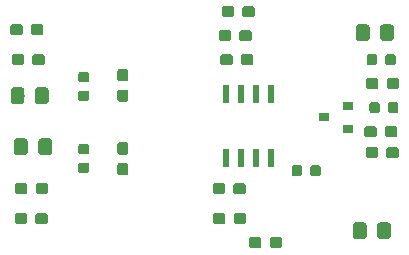
<source format=gbr>
G04 #@! TF.GenerationSoftware,KiCad,Pcbnew,(5.0.1)-3*
G04 #@! TF.CreationDate,2020-03-15T12:24:32-04:00*
G04 #@! TF.ProjectId,viparspectra-adapter,7669706172737065637472612D616461,rev?*
G04 #@! TF.SameCoordinates,Original*
G04 #@! TF.FileFunction,Paste,Top*
G04 #@! TF.FilePolarity,Positive*
%FSLAX46Y46*%
G04 Gerber Fmt 4.6, Leading zero omitted, Abs format (unit mm)*
G04 Created by KiCad (PCBNEW (5.0.1)-3) date 3/15/2020 12:24:32 PM*
%MOMM*%
%LPD*%
G01*
G04 APERTURE LIST*
%ADD10C,0.100000*%
%ADD11C,0.875000*%
%ADD12R,0.900000X0.800000*%
%ADD13C,0.950000*%
%ADD14R,0.600000X1.550000*%
%ADD15C,1.150000*%
G04 APERTURE END LIST*
D10*
G04 #@! TO.C,C1*
G36*
X146772691Y-92998053D02*
X146793926Y-93001203D01*
X146814750Y-93006419D01*
X146834962Y-93013651D01*
X146854368Y-93022830D01*
X146872781Y-93033866D01*
X146890024Y-93046654D01*
X146905930Y-93061070D01*
X146920346Y-93076976D01*
X146933134Y-93094219D01*
X146944170Y-93112632D01*
X146953349Y-93132038D01*
X146960581Y-93152250D01*
X146965797Y-93173074D01*
X146968947Y-93194309D01*
X146970000Y-93215750D01*
X146970000Y-93728250D01*
X146968947Y-93749691D01*
X146965797Y-93770926D01*
X146960581Y-93791750D01*
X146953349Y-93811962D01*
X146944170Y-93831368D01*
X146933134Y-93849781D01*
X146920346Y-93867024D01*
X146905930Y-93882930D01*
X146890024Y-93897346D01*
X146872781Y-93910134D01*
X146854368Y-93921170D01*
X146834962Y-93930349D01*
X146814750Y-93937581D01*
X146793926Y-93942797D01*
X146772691Y-93945947D01*
X146751250Y-93947000D01*
X146313750Y-93947000D01*
X146292309Y-93945947D01*
X146271074Y-93942797D01*
X146250250Y-93937581D01*
X146230038Y-93930349D01*
X146210632Y-93921170D01*
X146192219Y-93910134D01*
X146174976Y-93897346D01*
X146159070Y-93882930D01*
X146144654Y-93867024D01*
X146131866Y-93849781D01*
X146120830Y-93831368D01*
X146111651Y-93811962D01*
X146104419Y-93791750D01*
X146099203Y-93770926D01*
X146096053Y-93749691D01*
X146095000Y-93728250D01*
X146095000Y-93215750D01*
X146096053Y-93194309D01*
X146099203Y-93173074D01*
X146104419Y-93152250D01*
X146111651Y-93132038D01*
X146120830Y-93112632D01*
X146131866Y-93094219D01*
X146144654Y-93076976D01*
X146159070Y-93061070D01*
X146174976Y-93046654D01*
X146192219Y-93033866D01*
X146210632Y-93022830D01*
X146230038Y-93013651D01*
X146250250Y-93006419D01*
X146271074Y-93001203D01*
X146292309Y-92998053D01*
X146313750Y-92997000D01*
X146751250Y-92997000D01*
X146772691Y-92998053D01*
X146772691Y-92998053D01*
G37*
D11*
X146532500Y-93472000D03*
D10*
G36*
X148347691Y-92998053D02*
X148368926Y-93001203D01*
X148389750Y-93006419D01*
X148409962Y-93013651D01*
X148429368Y-93022830D01*
X148447781Y-93033866D01*
X148465024Y-93046654D01*
X148480930Y-93061070D01*
X148495346Y-93076976D01*
X148508134Y-93094219D01*
X148519170Y-93112632D01*
X148528349Y-93132038D01*
X148535581Y-93152250D01*
X148540797Y-93173074D01*
X148543947Y-93194309D01*
X148545000Y-93215750D01*
X148545000Y-93728250D01*
X148543947Y-93749691D01*
X148540797Y-93770926D01*
X148535581Y-93791750D01*
X148528349Y-93811962D01*
X148519170Y-93831368D01*
X148508134Y-93849781D01*
X148495346Y-93867024D01*
X148480930Y-93882930D01*
X148465024Y-93897346D01*
X148447781Y-93910134D01*
X148429368Y-93921170D01*
X148409962Y-93930349D01*
X148389750Y-93937581D01*
X148368926Y-93942797D01*
X148347691Y-93945947D01*
X148326250Y-93947000D01*
X147888750Y-93947000D01*
X147867309Y-93945947D01*
X147846074Y-93942797D01*
X147825250Y-93937581D01*
X147805038Y-93930349D01*
X147785632Y-93921170D01*
X147767219Y-93910134D01*
X147749976Y-93897346D01*
X147734070Y-93882930D01*
X147719654Y-93867024D01*
X147706866Y-93849781D01*
X147695830Y-93831368D01*
X147686651Y-93811962D01*
X147679419Y-93791750D01*
X147674203Y-93770926D01*
X147671053Y-93749691D01*
X147670000Y-93728250D01*
X147670000Y-93215750D01*
X147671053Y-93194309D01*
X147674203Y-93173074D01*
X147679419Y-93152250D01*
X147686651Y-93132038D01*
X147695830Y-93112632D01*
X147706866Y-93094219D01*
X147719654Y-93076976D01*
X147734070Y-93061070D01*
X147749976Y-93046654D01*
X147767219Y-93033866D01*
X147785632Y-93022830D01*
X147805038Y-93013651D01*
X147825250Y-93006419D01*
X147846074Y-93001203D01*
X147867309Y-92998053D01*
X147888750Y-92997000D01*
X148326250Y-92997000D01*
X148347691Y-92998053D01*
X148347691Y-92998053D01*
G37*
D11*
X148107500Y-93472000D03*
G04 #@! TD*
D12*
G04 #@! TO.C,D1*
X144272000Y-95250000D03*
X144272000Y-93350000D03*
X142272000Y-94300000D03*
G04 #@! TD*
D10*
G04 #@! TO.C,R13*
G36*
X134309779Y-88934144D02*
X134332834Y-88937563D01*
X134355443Y-88943227D01*
X134377387Y-88951079D01*
X134398457Y-88961044D01*
X134418448Y-88973026D01*
X134437168Y-88986910D01*
X134454438Y-89002562D01*
X134470090Y-89019832D01*
X134483974Y-89038552D01*
X134495956Y-89058543D01*
X134505921Y-89079613D01*
X134513773Y-89101557D01*
X134519437Y-89124166D01*
X134522856Y-89147221D01*
X134524000Y-89170500D01*
X134524000Y-89645500D01*
X134522856Y-89668779D01*
X134519437Y-89691834D01*
X134513773Y-89714443D01*
X134505921Y-89736387D01*
X134495956Y-89757457D01*
X134483974Y-89777448D01*
X134470090Y-89796168D01*
X134454438Y-89813438D01*
X134437168Y-89829090D01*
X134418448Y-89842974D01*
X134398457Y-89854956D01*
X134377387Y-89864921D01*
X134355443Y-89872773D01*
X134332834Y-89878437D01*
X134309779Y-89881856D01*
X134286500Y-89883000D01*
X133711500Y-89883000D01*
X133688221Y-89881856D01*
X133665166Y-89878437D01*
X133642557Y-89872773D01*
X133620613Y-89864921D01*
X133599543Y-89854956D01*
X133579552Y-89842974D01*
X133560832Y-89829090D01*
X133543562Y-89813438D01*
X133527910Y-89796168D01*
X133514026Y-89777448D01*
X133502044Y-89757457D01*
X133492079Y-89736387D01*
X133484227Y-89714443D01*
X133478563Y-89691834D01*
X133475144Y-89668779D01*
X133474000Y-89645500D01*
X133474000Y-89170500D01*
X133475144Y-89147221D01*
X133478563Y-89124166D01*
X133484227Y-89101557D01*
X133492079Y-89079613D01*
X133502044Y-89058543D01*
X133514026Y-89038552D01*
X133527910Y-89019832D01*
X133543562Y-89002562D01*
X133560832Y-88986910D01*
X133579552Y-88973026D01*
X133599543Y-88961044D01*
X133620613Y-88951079D01*
X133642557Y-88943227D01*
X133665166Y-88937563D01*
X133688221Y-88934144D01*
X133711500Y-88933000D01*
X134286500Y-88933000D01*
X134309779Y-88934144D01*
X134309779Y-88934144D01*
G37*
D13*
X133999000Y-89408000D03*
D10*
G36*
X136059779Y-88934144D02*
X136082834Y-88937563D01*
X136105443Y-88943227D01*
X136127387Y-88951079D01*
X136148457Y-88961044D01*
X136168448Y-88973026D01*
X136187168Y-88986910D01*
X136204438Y-89002562D01*
X136220090Y-89019832D01*
X136233974Y-89038552D01*
X136245956Y-89058543D01*
X136255921Y-89079613D01*
X136263773Y-89101557D01*
X136269437Y-89124166D01*
X136272856Y-89147221D01*
X136274000Y-89170500D01*
X136274000Y-89645500D01*
X136272856Y-89668779D01*
X136269437Y-89691834D01*
X136263773Y-89714443D01*
X136255921Y-89736387D01*
X136245956Y-89757457D01*
X136233974Y-89777448D01*
X136220090Y-89796168D01*
X136204438Y-89813438D01*
X136187168Y-89829090D01*
X136168448Y-89842974D01*
X136148457Y-89854956D01*
X136127387Y-89864921D01*
X136105443Y-89872773D01*
X136082834Y-89878437D01*
X136059779Y-89881856D01*
X136036500Y-89883000D01*
X135461500Y-89883000D01*
X135438221Y-89881856D01*
X135415166Y-89878437D01*
X135392557Y-89872773D01*
X135370613Y-89864921D01*
X135349543Y-89854956D01*
X135329552Y-89842974D01*
X135310832Y-89829090D01*
X135293562Y-89813438D01*
X135277910Y-89796168D01*
X135264026Y-89777448D01*
X135252044Y-89757457D01*
X135242079Y-89736387D01*
X135234227Y-89714443D01*
X135228563Y-89691834D01*
X135225144Y-89668779D01*
X135224000Y-89645500D01*
X135224000Y-89170500D01*
X135225144Y-89147221D01*
X135228563Y-89124166D01*
X135234227Y-89101557D01*
X135242079Y-89079613D01*
X135252044Y-89058543D01*
X135264026Y-89038552D01*
X135277910Y-89019832D01*
X135293562Y-89002562D01*
X135310832Y-88986910D01*
X135329552Y-88973026D01*
X135349543Y-88961044D01*
X135370613Y-88951079D01*
X135392557Y-88943227D01*
X135415166Y-88937563D01*
X135438221Y-88934144D01*
X135461500Y-88933000D01*
X136036500Y-88933000D01*
X136059779Y-88934144D01*
X136059779Y-88934144D01*
G37*
D13*
X135749000Y-89408000D03*
G04 #@! TD*
D10*
G04 #@! TO.C,R9*
G36*
X125482779Y-98141144D02*
X125505834Y-98144563D01*
X125528443Y-98150227D01*
X125550387Y-98158079D01*
X125571457Y-98168044D01*
X125591448Y-98180026D01*
X125610168Y-98193910D01*
X125627438Y-98209562D01*
X125643090Y-98226832D01*
X125656974Y-98245552D01*
X125668956Y-98265543D01*
X125678921Y-98286613D01*
X125686773Y-98308557D01*
X125692437Y-98331166D01*
X125695856Y-98354221D01*
X125697000Y-98377500D01*
X125697000Y-98952500D01*
X125695856Y-98975779D01*
X125692437Y-98998834D01*
X125686773Y-99021443D01*
X125678921Y-99043387D01*
X125668956Y-99064457D01*
X125656974Y-99084448D01*
X125643090Y-99103168D01*
X125627438Y-99120438D01*
X125610168Y-99136090D01*
X125591448Y-99149974D01*
X125571457Y-99161956D01*
X125550387Y-99171921D01*
X125528443Y-99179773D01*
X125505834Y-99185437D01*
X125482779Y-99188856D01*
X125459500Y-99190000D01*
X124984500Y-99190000D01*
X124961221Y-99188856D01*
X124938166Y-99185437D01*
X124915557Y-99179773D01*
X124893613Y-99171921D01*
X124872543Y-99161956D01*
X124852552Y-99149974D01*
X124833832Y-99136090D01*
X124816562Y-99120438D01*
X124800910Y-99103168D01*
X124787026Y-99084448D01*
X124775044Y-99064457D01*
X124765079Y-99043387D01*
X124757227Y-99021443D01*
X124751563Y-98998834D01*
X124748144Y-98975779D01*
X124747000Y-98952500D01*
X124747000Y-98377500D01*
X124748144Y-98354221D01*
X124751563Y-98331166D01*
X124757227Y-98308557D01*
X124765079Y-98286613D01*
X124775044Y-98265543D01*
X124787026Y-98245552D01*
X124800910Y-98226832D01*
X124816562Y-98209562D01*
X124833832Y-98193910D01*
X124852552Y-98180026D01*
X124872543Y-98168044D01*
X124893613Y-98158079D01*
X124915557Y-98150227D01*
X124938166Y-98144563D01*
X124961221Y-98141144D01*
X124984500Y-98140000D01*
X125459500Y-98140000D01*
X125482779Y-98141144D01*
X125482779Y-98141144D01*
G37*
D13*
X125222000Y-98665000D03*
D10*
G36*
X125482779Y-96391144D02*
X125505834Y-96394563D01*
X125528443Y-96400227D01*
X125550387Y-96408079D01*
X125571457Y-96418044D01*
X125591448Y-96430026D01*
X125610168Y-96443910D01*
X125627438Y-96459562D01*
X125643090Y-96476832D01*
X125656974Y-96495552D01*
X125668956Y-96515543D01*
X125678921Y-96536613D01*
X125686773Y-96558557D01*
X125692437Y-96581166D01*
X125695856Y-96604221D01*
X125697000Y-96627500D01*
X125697000Y-97202500D01*
X125695856Y-97225779D01*
X125692437Y-97248834D01*
X125686773Y-97271443D01*
X125678921Y-97293387D01*
X125668956Y-97314457D01*
X125656974Y-97334448D01*
X125643090Y-97353168D01*
X125627438Y-97370438D01*
X125610168Y-97386090D01*
X125591448Y-97399974D01*
X125571457Y-97411956D01*
X125550387Y-97421921D01*
X125528443Y-97429773D01*
X125505834Y-97435437D01*
X125482779Y-97438856D01*
X125459500Y-97440000D01*
X124984500Y-97440000D01*
X124961221Y-97438856D01*
X124938166Y-97435437D01*
X124915557Y-97429773D01*
X124893613Y-97421921D01*
X124872543Y-97411956D01*
X124852552Y-97399974D01*
X124833832Y-97386090D01*
X124816562Y-97370438D01*
X124800910Y-97353168D01*
X124787026Y-97334448D01*
X124775044Y-97314457D01*
X124765079Y-97293387D01*
X124757227Y-97271443D01*
X124751563Y-97248834D01*
X124748144Y-97225779D01*
X124747000Y-97202500D01*
X124747000Y-96627500D01*
X124748144Y-96604221D01*
X124751563Y-96581166D01*
X124757227Y-96558557D01*
X124765079Y-96536613D01*
X124775044Y-96515543D01*
X124787026Y-96495552D01*
X124800910Y-96476832D01*
X124816562Y-96459562D01*
X124833832Y-96443910D01*
X124852552Y-96430026D01*
X124872543Y-96418044D01*
X124893613Y-96408079D01*
X124915557Y-96400227D01*
X124938166Y-96394563D01*
X124961221Y-96391144D01*
X124984500Y-96390000D01*
X125459500Y-96390000D01*
X125482779Y-96391144D01*
X125482779Y-96391144D01*
G37*
D13*
X125222000Y-96915000D03*
G04 #@! TD*
D14*
G04 #@! TO.C,U1*
X137795000Y-92296000D03*
X136525000Y-92296000D03*
X135255000Y-92296000D03*
X133985000Y-92296000D03*
X133985000Y-97696000D03*
X135255000Y-97696000D03*
X136525000Y-97696000D03*
X137795000Y-97696000D03*
G04 #@! TD*
D10*
G04 #@! TO.C,C2*
G36*
X146544191Y-88934053D02*
X146565426Y-88937203D01*
X146586250Y-88942419D01*
X146606462Y-88949651D01*
X146625868Y-88958830D01*
X146644281Y-88969866D01*
X146661524Y-88982654D01*
X146677430Y-88997070D01*
X146691846Y-89012976D01*
X146704634Y-89030219D01*
X146715670Y-89048632D01*
X146724849Y-89068038D01*
X146732081Y-89088250D01*
X146737297Y-89109074D01*
X146740447Y-89130309D01*
X146741500Y-89151750D01*
X146741500Y-89664250D01*
X146740447Y-89685691D01*
X146737297Y-89706926D01*
X146732081Y-89727750D01*
X146724849Y-89747962D01*
X146715670Y-89767368D01*
X146704634Y-89785781D01*
X146691846Y-89803024D01*
X146677430Y-89818930D01*
X146661524Y-89833346D01*
X146644281Y-89846134D01*
X146625868Y-89857170D01*
X146606462Y-89866349D01*
X146586250Y-89873581D01*
X146565426Y-89878797D01*
X146544191Y-89881947D01*
X146522750Y-89883000D01*
X146085250Y-89883000D01*
X146063809Y-89881947D01*
X146042574Y-89878797D01*
X146021750Y-89873581D01*
X146001538Y-89866349D01*
X145982132Y-89857170D01*
X145963719Y-89846134D01*
X145946476Y-89833346D01*
X145930570Y-89818930D01*
X145916154Y-89803024D01*
X145903366Y-89785781D01*
X145892330Y-89767368D01*
X145883151Y-89747962D01*
X145875919Y-89727750D01*
X145870703Y-89706926D01*
X145867553Y-89685691D01*
X145866500Y-89664250D01*
X145866500Y-89151750D01*
X145867553Y-89130309D01*
X145870703Y-89109074D01*
X145875919Y-89088250D01*
X145883151Y-89068038D01*
X145892330Y-89048632D01*
X145903366Y-89030219D01*
X145916154Y-89012976D01*
X145930570Y-88997070D01*
X145946476Y-88982654D01*
X145963719Y-88969866D01*
X145982132Y-88958830D01*
X146001538Y-88949651D01*
X146021750Y-88942419D01*
X146042574Y-88937203D01*
X146063809Y-88934053D01*
X146085250Y-88933000D01*
X146522750Y-88933000D01*
X146544191Y-88934053D01*
X146544191Y-88934053D01*
G37*
D11*
X146304000Y-89408000D03*
D10*
G36*
X148119191Y-88934053D02*
X148140426Y-88937203D01*
X148161250Y-88942419D01*
X148181462Y-88949651D01*
X148200868Y-88958830D01*
X148219281Y-88969866D01*
X148236524Y-88982654D01*
X148252430Y-88997070D01*
X148266846Y-89012976D01*
X148279634Y-89030219D01*
X148290670Y-89048632D01*
X148299849Y-89068038D01*
X148307081Y-89088250D01*
X148312297Y-89109074D01*
X148315447Y-89130309D01*
X148316500Y-89151750D01*
X148316500Y-89664250D01*
X148315447Y-89685691D01*
X148312297Y-89706926D01*
X148307081Y-89727750D01*
X148299849Y-89747962D01*
X148290670Y-89767368D01*
X148279634Y-89785781D01*
X148266846Y-89803024D01*
X148252430Y-89818930D01*
X148236524Y-89833346D01*
X148219281Y-89846134D01*
X148200868Y-89857170D01*
X148181462Y-89866349D01*
X148161250Y-89873581D01*
X148140426Y-89878797D01*
X148119191Y-89881947D01*
X148097750Y-89883000D01*
X147660250Y-89883000D01*
X147638809Y-89881947D01*
X147617574Y-89878797D01*
X147596750Y-89873581D01*
X147576538Y-89866349D01*
X147557132Y-89857170D01*
X147538719Y-89846134D01*
X147521476Y-89833346D01*
X147505570Y-89818930D01*
X147491154Y-89803024D01*
X147478366Y-89785781D01*
X147467330Y-89767368D01*
X147458151Y-89747962D01*
X147450919Y-89727750D01*
X147445703Y-89706926D01*
X147442553Y-89685691D01*
X147441500Y-89664250D01*
X147441500Y-89151750D01*
X147442553Y-89130309D01*
X147445703Y-89109074D01*
X147450919Y-89088250D01*
X147458151Y-89068038D01*
X147467330Y-89048632D01*
X147478366Y-89030219D01*
X147491154Y-89012976D01*
X147505570Y-88997070D01*
X147521476Y-88982654D01*
X147538719Y-88969866D01*
X147557132Y-88958830D01*
X147576538Y-88949651D01*
X147596750Y-88942419D01*
X147617574Y-88937203D01*
X147638809Y-88934053D01*
X147660250Y-88933000D01*
X148097750Y-88933000D01*
X148119191Y-88934053D01*
X148119191Y-88934053D01*
G37*
D11*
X147879000Y-89408000D03*
G04 #@! TD*
D10*
G04 #@! TO.C,C3*
G36*
X122197691Y-92019553D02*
X122218926Y-92022703D01*
X122239750Y-92027919D01*
X122259962Y-92035151D01*
X122279368Y-92044330D01*
X122297781Y-92055366D01*
X122315024Y-92068154D01*
X122330930Y-92082570D01*
X122345346Y-92098476D01*
X122358134Y-92115719D01*
X122369170Y-92134132D01*
X122378349Y-92153538D01*
X122385581Y-92173750D01*
X122390797Y-92194574D01*
X122393947Y-92215809D01*
X122395000Y-92237250D01*
X122395000Y-92674750D01*
X122393947Y-92696191D01*
X122390797Y-92717426D01*
X122385581Y-92738250D01*
X122378349Y-92758462D01*
X122369170Y-92777868D01*
X122358134Y-92796281D01*
X122345346Y-92813524D01*
X122330930Y-92829430D01*
X122315024Y-92843846D01*
X122297781Y-92856634D01*
X122279368Y-92867670D01*
X122259962Y-92876849D01*
X122239750Y-92884081D01*
X122218926Y-92889297D01*
X122197691Y-92892447D01*
X122176250Y-92893500D01*
X121663750Y-92893500D01*
X121642309Y-92892447D01*
X121621074Y-92889297D01*
X121600250Y-92884081D01*
X121580038Y-92876849D01*
X121560632Y-92867670D01*
X121542219Y-92856634D01*
X121524976Y-92843846D01*
X121509070Y-92829430D01*
X121494654Y-92813524D01*
X121481866Y-92796281D01*
X121470830Y-92777868D01*
X121461651Y-92758462D01*
X121454419Y-92738250D01*
X121449203Y-92717426D01*
X121446053Y-92696191D01*
X121445000Y-92674750D01*
X121445000Y-92237250D01*
X121446053Y-92215809D01*
X121449203Y-92194574D01*
X121454419Y-92173750D01*
X121461651Y-92153538D01*
X121470830Y-92134132D01*
X121481866Y-92115719D01*
X121494654Y-92098476D01*
X121509070Y-92082570D01*
X121524976Y-92068154D01*
X121542219Y-92055366D01*
X121560632Y-92044330D01*
X121580038Y-92035151D01*
X121600250Y-92027919D01*
X121621074Y-92022703D01*
X121642309Y-92019553D01*
X121663750Y-92018500D01*
X122176250Y-92018500D01*
X122197691Y-92019553D01*
X122197691Y-92019553D01*
G37*
D11*
X121920000Y-92456000D03*
D10*
G36*
X122197691Y-90444553D02*
X122218926Y-90447703D01*
X122239750Y-90452919D01*
X122259962Y-90460151D01*
X122279368Y-90469330D01*
X122297781Y-90480366D01*
X122315024Y-90493154D01*
X122330930Y-90507570D01*
X122345346Y-90523476D01*
X122358134Y-90540719D01*
X122369170Y-90559132D01*
X122378349Y-90578538D01*
X122385581Y-90598750D01*
X122390797Y-90619574D01*
X122393947Y-90640809D01*
X122395000Y-90662250D01*
X122395000Y-91099750D01*
X122393947Y-91121191D01*
X122390797Y-91142426D01*
X122385581Y-91163250D01*
X122378349Y-91183462D01*
X122369170Y-91202868D01*
X122358134Y-91221281D01*
X122345346Y-91238524D01*
X122330930Y-91254430D01*
X122315024Y-91268846D01*
X122297781Y-91281634D01*
X122279368Y-91292670D01*
X122259962Y-91301849D01*
X122239750Y-91309081D01*
X122218926Y-91314297D01*
X122197691Y-91317447D01*
X122176250Y-91318500D01*
X121663750Y-91318500D01*
X121642309Y-91317447D01*
X121621074Y-91314297D01*
X121600250Y-91309081D01*
X121580038Y-91301849D01*
X121560632Y-91292670D01*
X121542219Y-91281634D01*
X121524976Y-91268846D01*
X121509070Y-91254430D01*
X121494654Y-91238524D01*
X121481866Y-91221281D01*
X121470830Y-91202868D01*
X121461651Y-91183462D01*
X121454419Y-91163250D01*
X121449203Y-91142426D01*
X121446053Y-91121191D01*
X121445000Y-91099750D01*
X121445000Y-90662250D01*
X121446053Y-90640809D01*
X121449203Y-90619574D01*
X121454419Y-90598750D01*
X121461651Y-90578538D01*
X121470830Y-90559132D01*
X121481866Y-90540719D01*
X121494654Y-90523476D01*
X121509070Y-90507570D01*
X121524976Y-90493154D01*
X121542219Y-90480366D01*
X121560632Y-90469330D01*
X121580038Y-90460151D01*
X121600250Y-90452919D01*
X121621074Y-90447703D01*
X121642309Y-90444553D01*
X121663750Y-90443500D01*
X122176250Y-90443500D01*
X122197691Y-90444553D01*
X122197691Y-90444553D01*
G37*
D11*
X121920000Y-90881000D03*
G04 #@! TD*
D10*
G04 #@! TO.C,C4*
G36*
X122197691Y-98115553D02*
X122218926Y-98118703D01*
X122239750Y-98123919D01*
X122259962Y-98131151D01*
X122279368Y-98140330D01*
X122297781Y-98151366D01*
X122315024Y-98164154D01*
X122330930Y-98178570D01*
X122345346Y-98194476D01*
X122358134Y-98211719D01*
X122369170Y-98230132D01*
X122378349Y-98249538D01*
X122385581Y-98269750D01*
X122390797Y-98290574D01*
X122393947Y-98311809D01*
X122395000Y-98333250D01*
X122395000Y-98770750D01*
X122393947Y-98792191D01*
X122390797Y-98813426D01*
X122385581Y-98834250D01*
X122378349Y-98854462D01*
X122369170Y-98873868D01*
X122358134Y-98892281D01*
X122345346Y-98909524D01*
X122330930Y-98925430D01*
X122315024Y-98939846D01*
X122297781Y-98952634D01*
X122279368Y-98963670D01*
X122259962Y-98972849D01*
X122239750Y-98980081D01*
X122218926Y-98985297D01*
X122197691Y-98988447D01*
X122176250Y-98989500D01*
X121663750Y-98989500D01*
X121642309Y-98988447D01*
X121621074Y-98985297D01*
X121600250Y-98980081D01*
X121580038Y-98972849D01*
X121560632Y-98963670D01*
X121542219Y-98952634D01*
X121524976Y-98939846D01*
X121509070Y-98925430D01*
X121494654Y-98909524D01*
X121481866Y-98892281D01*
X121470830Y-98873868D01*
X121461651Y-98854462D01*
X121454419Y-98834250D01*
X121449203Y-98813426D01*
X121446053Y-98792191D01*
X121445000Y-98770750D01*
X121445000Y-98333250D01*
X121446053Y-98311809D01*
X121449203Y-98290574D01*
X121454419Y-98269750D01*
X121461651Y-98249538D01*
X121470830Y-98230132D01*
X121481866Y-98211719D01*
X121494654Y-98194476D01*
X121509070Y-98178570D01*
X121524976Y-98164154D01*
X121542219Y-98151366D01*
X121560632Y-98140330D01*
X121580038Y-98131151D01*
X121600250Y-98123919D01*
X121621074Y-98118703D01*
X121642309Y-98115553D01*
X121663750Y-98114500D01*
X122176250Y-98114500D01*
X122197691Y-98115553D01*
X122197691Y-98115553D01*
G37*
D11*
X121920000Y-98552000D03*
D10*
G36*
X122197691Y-96540553D02*
X122218926Y-96543703D01*
X122239750Y-96548919D01*
X122259962Y-96556151D01*
X122279368Y-96565330D01*
X122297781Y-96576366D01*
X122315024Y-96589154D01*
X122330930Y-96603570D01*
X122345346Y-96619476D01*
X122358134Y-96636719D01*
X122369170Y-96655132D01*
X122378349Y-96674538D01*
X122385581Y-96694750D01*
X122390797Y-96715574D01*
X122393947Y-96736809D01*
X122395000Y-96758250D01*
X122395000Y-97195750D01*
X122393947Y-97217191D01*
X122390797Y-97238426D01*
X122385581Y-97259250D01*
X122378349Y-97279462D01*
X122369170Y-97298868D01*
X122358134Y-97317281D01*
X122345346Y-97334524D01*
X122330930Y-97350430D01*
X122315024Y-97364846D01*
X122297781Y-97377634D01*
X122279368Y-97388670D01*
X122259962Y-97397849D01*
X122239750Y-97405081D01*
X122218926Y-97410297D01*
X122197691Y-97413447D01*
X122176250Y-97414500D01*
X121663750Y-97414500D01*
X121642309Y-97413447D01*
X121621074Y-97410297D01*
X121600250Y-97405081D01*
X121580038Y-97397849D01*
X121560632Y-97388670D01*
X121542219Y-97377634D01*
X121524976Y-97364846D01*
X121509070Y-97350430D01*
X121494654Y-97334524D01*
X121481866Y-97317281D01*
X121470830Y-97298868D01*
X121461651Y-97279462D01*
X121454419Y-97259250D01*
X121449203Y-97238426D01*
X121446053Y-97217191D01*
X121445000Y-97195750D01*
X121445000Y-96758250D01*
X121446053Y-96736809D01*
X121449203Y-96715574D01*
X121454419Y-96694750D01*
X121461651Y-96674538D01*
X121470830Y-96655132D01*
X121481866Y-96636719D01*
X121494654Y-96619476D01*
X121509070Y-96603570D01*
X121524976Y-96589154D01*
X121542219Y-96576366D01*
X121560632Y-96565330D01*
X121580038Y-96556151D01*
X121600250Y-96548919D01*
X121621074Y-96543703D01*
X121642309Y-96540553D01*
X121663750Y-96539500D01*
X122176250Y-96539500D01*
X122197691Y-96540553D01*
X122197691Y-96540553D01*
G37*
D11*
X121920000Y-96977000D03*
G04 #@! TD*
D10*
G04 #@! TO.C,C5*
G36*
X140194191Y-98332053D02*
X140215426Y-98335203D01*
X140236250Y-98340419D01*
X140256462Y-98347651D01*
X140275868Y-98356830D01*
X140294281Y-98367866D01*
X140311524Y-98380654D01*
X140327430Y-98395070D01*
X140341846Y-98410976D01*
X140354634Y-98428219D01*
X140365670Y-98446632D01*
X140374849Y-98466038D01*
X140382081Y-98486250D01*
X140387297Y-98507074D01*
X140390447Y-98528309D01*
X140391500Y-98549750D01*
X140391500Y-99062250D01*
X140390447Y-99083691D01*
X140387297Y-99104926D01*
X140382081Y-99125750D01*
X140374849Y-99145962D01*
X140365670Y-99165368D01*
X140354634Y-99183781D01*
X140341846Y-99201024D01*
X140327430Y-99216930D01*
X140311524Y-99231346D01*
X140294281Y-99244134D01*
X140275868Y-99255170D01*
X140256462Y-99264349D01*
X140236250Y-99271581D01*
X140215426Y-99276797D01*
X140194191Y-99279947D01*
X140172750Y-99281000D01*
X139735250Y-99281000D01*
X139713809Y-99279947D01*
X139692574Y-99276797D01*
X139671750Y-99271581D01*
X139651538Y-99264349D01*
X139632132Y-99255170D01*
X139613719Y-99244134D01*
X139596476Y-99231346D01*
X139580570Y-99216930D01*
X139566154Y-99201024D01*
X139553366Y-99183781D01*
X139542330Y-99165368D01*
X139533151Y-99145962D01*
X139525919Y-99125750D01*
X139520703Y-99104926D01*
X139517553Y-99083691D01*
X139516500Y-99062250D01*
X139516500Y-98549750D01*
X139517553Y-98528309D01*
X139520703Y-98507074D01*
X139525919Y-98486250D01*
X139533151Y-98466038D01*
X139542330Y-98446632D01*
X139553366Y-98428219D01*
X139566154Y-98410976D01*
X139580570Y-98395070D01*
X139596476Y-98380654D01*
X139613719Y-98367866D01*
X139632132Y-98356830D01*
X139651538Y-98347651D01*
X139671750Y-98340419D01*
X139692574Y-98335203D01*
X139713809Y-98332053D01*
X139735250Y-98331000D01*
X140172750Y-98331000D01*
X140194191Y-98332053D01*
X140194191Y-98332053D01*
G37*
D11*
X139954000Y-98806000D03*
D10*
G36*
X141769191Y-98332053D02*
X141790426Y-98335203D01*
X141811250Y-98340419D01*
X141831462Y-98347651D01*
X141850868Y-98356830D01*
X141869281Y-98367866D01*
X141886524Y-98380654D01*
X141902430Y-98395070D01*
X141916846Y-98410976D01*
X141929634Y-98428219D01*
X141940670Y-98446632D01*
X141949849Y-98466038D01*
X141957081Y-98486250D01*
X141962297Y-98507074D01*
X141965447Y-98528309D01*
X141966500Y-98549750D01*
X141966500Y-99062250D01*
X141965447Y-99083691D01*
X141962297Y-99104926D01*
X141957081Y-99125750D01*
X141949849Y-99145962D01*
X141940670Y-99165368D01*
X141929634Y-99183781D01*
X141916846Y-99201024D01*
X141902430Y-99216930D01*
X141886524Y-99231346D01*
X141869281Y-99244134D01*
X141850868Y-99255170D01*
X141831462Y-99264349D01*
X141811250Y-99271581D01*
X141790426Y-99276797D01*
X141769191Y-99279947D01*
X141747750Y-99281000D01*
X141310250Y-99281000D01*
X141288809Y-99279947D01*
X141267574Y-99276797D01*
X141246750Y-99271581D01*
X141226538Y-99264349D01*
X141207132Y-99255170D01*
X141188719Y-99244134D01*
X141171476Y-99231346D01*
X141155570Y-99216930D01*
X141141154Y-99201024D01*
X141128366Y-99183781D01*
X141117330Y-99165368D01*
X141108151Y-99145962D01*
X141100919Y-99125750D01*
X141095703Y-99104926D01*
X141092553Y-99083691D01*
X141091500Y-99062250D01*
X141091500Y-98549750D01*
X141092553Y-98528309D01*
X141095703Y-98507074D01*
X141100919Y-98486250D01*
X141108151Y-98466038D01*
X141117330Y-98446632D01*
X141128366Y-98428219D01*
X141141154Y-98410976D01*
X141155570Y-98395070D01*
X141171476Y-98380654D01*
X141188719Y-98367866D01*
X141207132Y-98356830D01*
X141226538Y-98347651D01*
X141246750Y-98340419D01*
X141267574Y-98335203D01*
X141288809Y-98332053D01*
X141310250Y-98331000D01*
X141747750Y-98331000D01*
X141769191Y-98332053D01*
X141769191Y-98332053D01*
G37*
D11*
X141529000Y-98806000D03*
G04 #@! TD*
D10*
G04 #@! TO.C,D2*
G36*
X118713505Y-91757204D02*
X118737773Y-91760804D01*
X118761572Y-91766765D01*
X118784671Y-91775030D01*
X118806850Y-91785520D01*
X118827893Y-91798132D01*
X118847599Y-91812747D01*
X118865777Y-91829223D01*
X118882253Y-91847401D01*
X118896868Y-91867107D01*
X118909480Y-91888150D01*
X118919970Y-91910329D01*
X118928235Y-91933428D01*
X118934196Y-91957227D01*
X118937796Y-91981495D01*
X118939000Y-92005999D01*
X118939000Y-92906001D01*
X118937796Y-92930505D01*
X118934196Y-92954773D01*
X118928235Y-92978572D01*
X118919970Y-93001671D01*
X118909480Y-93023850D01*
X118896868Y-93044893D01*
X118882253Y-93064599D01*
X118865777Y-93082777D01*
X118847599Y-93099253D01*
X118827893Y-93113868D01*
X118806850Y-93126480D01*
X118784671Y-93136970D01*
X118761572Y-93145235D01*
X118737773Y-93151196D01*
X118713505Y-93154796D01*
X118689001Y-93156000D01*
X118038999Y-93156000D01*
X118014495Y-93154796D01*
X117990227Y-93151196D01*
X117966428Y-93145235D01*
X117943329Y-93136970D01*
X117921150Y-93126480D01*
X117900107Y-93113868D01*
X117880401Y-93099253D01*
X117862223Y-93082777D01*
X117845747Y-93064599D01*
X117831132Y-93044893D01*
X117818520Y-93023850D01*
X117808030Y-93001671D01*
X117799765Y-92978572D01*
X117793804Y-92954773D01*
X117790204Y-92930505D01*
X117789000Y-92906001D01*
X117789000Y-92005999D01*
X117790204Y-91981495D01*
X117793804Y-91957227D01*
X117799765Y-91933428D01*
X117808030Y-91910329D01*
X117818520Y-91888150D01*
X117831132Y-91867107D01*
X117845747Y-91847401D01*
X117862223Y-91829223D01*
X117880401Y-91812747D01*
X117900107Y-91798132D01*
X117921150Y-91785520D01*
X117943329Y-91775030D01*
X117966428Y-91766765D01*
X117990227Y-91760804D01*
X118014495Y-91757204D01*
X118038999Y-91756000D01*
X118689001Y-91756000D01*
X118713505Y-91757204D01*
X118713505Y-91757204D01*
G37*
D15*
X118364000Y-92456000D03*
D10*
G36*
X116663505Y-91757204D02*
X116687773Y-91760804D01*
X116711572Y-91766765D01*
X116734671Y-91775030D01*
X116756850Y-91785520D01*
X116777893Y-91798132D01*
X116797599Y-91812747D01*
X116815777Y-91829223D01*
X116832253Y-91847401D01*
X116846868Y-91867107D01*
X116859480Y-91888150D01*
X116869970Y-91910329D01*
X116878235Y-91933428D01*
X116884196Y-91957227D01*
X116887796Y-91981495D01*
X116889000Y-92005999D01*
X116889000Y-92906001D01*
X116887796Y-92930505D01*
X116884196Y-92954773D01*
X116878235Y-92978572D01*
X116869970Y-93001671D01*
X116859480Y-93023850D01*
X116846868Y-93044893D01*
X116832253Y-93064599D01*
X116815777Y-93082777D01*
X116797599Y-93099253D01*
X116777893Y-93113868D01*
X116756850Y-93126480D01*
X116734671Y-93136970D01*
X116711572Y-93145235D01*
X116687773Y-93151196D01*
X116663505Y-93154796D01*
X116639001Y-93156000D01*
X115988999Y-93156000D01*
X115964495Y-93154796D01*
X115940227Y-93151196D01*
X115916428Y-93145235D01*
X115893329Y-93136970D01*
X115871150Y-93126480D01*
X115850107Y-93113868D01*
X115830401Y-93099253D01*
X115812223Y-93082777D01*
X115795747Y-93064599D01*
X115781132Y-93044893D01*
X115768520Y-93023850D01*
X115758030Y-93001671D01*
X115749765Y-92978572D01*
X115743804Y-92954773D01*
X115740204Y-92930505D01*
X115739000Y-92906001D01*
X115739000Y-92005999D01*
X115740204Y-91981495D01*
X115743804Y-91957227D01*
X115749765Y-91933428D01*
X115758030Y-91910329D01*
X115768520Y-91888150D01*
X115781132Y-91867107D01*
X115795747Y-91847401D01*
X115812223Y-91829223D01*
X115830401Y-91812747D01*
X115850107Y-91798132D01*
X115871150Y-91785520D01*
X115893329Y-91775030D01*
X115916428Y-91766765D01*
X115940227Y-91760804D01*
X115964495Y-91757204D01*
X115988999Y-91756000D01*
X116639001Y-91756000D01*
X116663505Y-91757204D01*
X116663505Y-91757204D01*
G37*
D15*
X116314000Y-92456000D03*
G04 #@! TD*
D10*
G04 #@! TO.C,D3*
G36*
X116935505Y-96075204D02*
X116959773Y-96078804D01*
X116983572Y-96084765D01*
X117006671Y-96093030D01*
X117028850Y-96103520D01*
X117049893Y-96116132D01*
X117069599Y-96130747D01*
X117087777Y-96147223D01*
X117104253Y-96165401D01*
X117118868Y-96185107D01*
X117131480Y-96206150D01*
X117141970Y-96228329D01*
X117150235Y-96251428D01*
X117156196Y-96275227D01*
X117159796Y-96299495D01*
X117161000Y-96323999D01*
X117161000Y-97224001D01*
X117159796Y-97248505D01*
X117156196Y-97272773D01*
X117150235Y-97296572D01*
X117141970Y-97319671D01*
X117131480Y-97341850D01*
X117118868Y-97362893D01*
X117104253Y-97382599D01*
X117087777Y-97400777D01*
X117069599Y-97417253D01*
X117049893Y-97431868D01*
X117028850Y-97444480D01*
X117006671Y-97454970D01*
X116983572Y-97463235D01*
X116959773Y-97469196D01*
X116935505Y-97472796D01*
X116911001Y-97474000D01*
X116260999Y-97474000D01*
X116236495Y-97472796D01*
X116212227Y-97469196D01*
X116188428Y-97463235D01*
X116165329Y-97454970D01*
X116143150Y-97444480D01*
X116122107Y-97431868D01*
X116102401Y-97417253D01*
X116084223Y-97400777D01*
X116067747Y-97382599D01*
X116053132Y-97362893D01*
X116040520Y-97341850D01*
X116030030Y-97319671D01*
X116021765Y-97296572D01*
X116015804Y-97272773D01*
X116012204Y-97248505D01*
X116011000Y-97224001D01*
X116011000Y-96323999D01*
X116012204Y-96299495D01*
X116015804Y-96275227D01*
X116021765Y-96251428D01*
X116030030Y-96228329D01*
X116040520Y-96206150D01*
X116053132Y-96185107D01*
X116067747Y-96165401D01*
X116084223Y-96147223D01*
X116102401Y-96130747D01*
X116122107Y-96116132D01*
X116143150Y-96103520D01*
X116165329Y-96093030D01*
X116188428Y-96084765D01*
X116212227Y-96078804D01*
X116236495Y-96075204D01*
X116260999Y-96074000D01*
X116911001Y-96074000D01*
X116935505Y-96075204D01*
X116935505Y-96075204D01*
G37*
D15*
X116586000Y-96774000D03*
D10*
G36*
X118985505Y-96075204D02*
X119009773Y-96078804D01*
X119033572Y-96084765D01*
X119056671Y-96093030D01*
X119078850Y-96103520D01*
X119099893Y-96116132D01*
X119119599Y-96130747D01*
X119137777Y-96147223D01*
X119154253Y-96165401D01*
X119168868Y-96185107D01*
X119181480Y-96206150D01*
X119191970Y-96228329D01*
X119200235Y-96251428D01*
X119206196Y-96275227D01*
X119209796Y-96299495D01*
X119211000Y-96323999D01*
X119211000Y-97224001D01*
X119209796Y-97248505D01*
X119206196Y-97272773D01*
X119200235Y-97296572D01*
X119191970Y-97319671D01*
X119181480Y-97341850D01*
X119168868Y-97362893D01*
X119154253Y-97382599D01*
X119137777Y-97400777D01*
X119119599Y-97417253D01*
X119099893Y-97431868D01*
X119078850Y-97444480D01*
X119056671Y-97454970D01*
X119033572Y-97463235D01*
X119009773Y-97469196D01*
X118985505Y-97472796D01*
X118961001Y-97474000D01*
X118310999Y-97474000D01*
X118286495Y-97472796D01*
X118262227Y-97469196D01*
X118238428Y-97463235D01*
X118215329Y-97454970D01*
X118193150Y-97444480D01*
X118172107Y-97431868D01*
X118152401Y-97417253D01*
X118134223Y-97400777D01*
X118117747Y-97382599D01*
X118103132Y-97362893D01*
X118090520Y-97341850D01*
X118080030Y-97319671D01*
X118071765Y-97296572D01*
X118065804Y-97272773D01*
X118062204Y-97248505D01*
X118061000Y-97224001D01*
X118061000Y-96323999D01*
X118062204Y-96299495D01*
X118065804Y-96275227D01*
X118071765Y-96251428D01*
X118080030Y-96228329D01*
X118090520Y-96206150D01*
X118103132Y-96185107D01*
X118117747Y-96165401D01*
X118134223Y-96147223D01*
X118152401Y-96130747D01*
X118172107Y-96116132D01*
X118193150Y-96103520D01*
X118215329Y-96093030D01*
X118238428Y-96084765D01*
X118262227Y-96078804D01*
X118286495Y-96075204D01*
X118310999Y-96074000D01*
X118961001Y-96074000D01*
X118985505Y-96075204D01*
X118985505Y-96075204D01*
G37*
D15*
X118636000Y-96774000D03*
G04 #@! TD*
D10*
G04 #@! TO.C,D4*
G36*
X147932505Y-86423204D02*
X147956773Y-86426804D01*
X147980572Y-86432765D01*
X148003671Y-86441030D01*
X148025850Y-86451520D01*
X148046893Y-86464132D01*
X148066599Y-86478747D01*
X148084777Y-86495223D01*
X148101253Y-86513401D01*
X148115868Y-86533107D01*
X148128480Y-86554150D01*
X148138970Y-86576329D01*
X148147235Y-86599428D01*
X148153196Y-86623227D01*
X148156796Y-86647495D01*
X148158000Y-86671999D01*
X148158000Y-87572001D01*
X148156796Y-87596505D01*
X148153196Y-87620773D01*
X148147235Y-87644572D01*
X148138970Y-87667671D01*
X148128480Y-87689850D01*
X148115868Y-87710893D01*
X148101253Y-87730599D01*
X148084777Y-87748777D01*
X148066599Y-87765253D01*
X148046893Y-87779868D01*
X148025850Y-87792480D01*
X148003671Y-87802970D01*
X147980572Y-87811235D01*
X147956773Y-87817196D01*
X147932505Y-87820796D01*
X147908001Y-87822000D01*
X147257999Y-87822000D01*
X147233495Y-87820796D01*
X147209227Y-87817196D01*
X147185428Y-87811235D01*
X147162329Y-87802970D01*
X147140150Y-87792480D01*
X147119107Y-87779868D01*
X147099401Y-87765253D01*
X147081223Y-87748777D01*
X147064747Y-87730599D01*
X147050132Y-87710893D01*
X147037520Y-87689850D01*
X147027030Y-87667671D01*
X147018765Y-87644572D01*
X147012804Y-87620773D01*
X147009204Y-87596505D01*
X147008000Y-87572001D01*
X147008000Y-86671999D01*
X147009204Y-86647495D01*
X147012804Y-86623227D01*
X147018765Y-86599428D01*
X147027030Y-86576329D01*
X147037520Y-86554150D01*
X147050132Y-86533107D01*
X147064747Y-86513401D01*
X147081223Y-86495223D01*
X147099401Y-86478747D01*
X147119107Y-86464132D01*
X147140150Y-86451520D01*
X147162329Y-86441030D01*
X147185428Y-86432765D01*
X147209227Y-86426804D01*
X147233495Y-86423204D01*
X147257999Y-86422000D01*
X147908001Y-86422000D01*
X147932505Y-86423204D01*
X147932505Y-86423204D01*
G37*
D15*
X147583000Y-87122000D03*
D10*
G36*
X145882505Y-86423204D02*
X145906773Y-86426804D01*
X145930572Y-86432765D01*
X145953671Y-86441030D01*
X145975850Y-86451520D01*
X145996893Y-86464132D01*
X146016599Y-86478747D01*
X146034777Y-86495223D01*
X146051253Y-86513401D01*
X146065868Y-86533107D01*
X146078480Y-86554150D01*
X146088970Y-86576329D01*
X146097235Y-86599428D01*
X146103196Y-86623227D01*
X146106796Y-86647495D01*
X146108000Y-86671999D01*
X146108000Y-87572001D01*
X146106796Y-87596505D01*
X146103196Y-87620773D01*
X146097235Y-87644572D01*
X146088970Y-87667671D01*
X146078480Y-87689850D01*
X146065868Y-87710893D01*
X146051253Y-87730599D01*
X146034777Y-87748777D01*
X146016599Y-87765253D01*
X145996893Y-87779868D01*
X145975850Y-87792480D01*
X145953671Y-87802970D01*
X145930572Y-87811235D01*
X145906773Y-87817196D01*
X145882505Y-87820796D01*
X145858001Y-87822000D01*
X145207999Y-87822000D01*
X145183495Y-87820796D01*
X145159227Y-87817196D01*
X145135428Y-87811235D01*
X145112329Y-87802970D01*
X145090150Y-87792480D01*
X145069107Y-87779868D01*
X145049401Y-87765253D01*
X145031223Y-87748777D01*
X145014747Y-87730599D01*
X145000132Y-87710893D01*
X144987520Y-87689850D01*
X144977030Y-87667671D01*
X144968765Y-87644572D01*
X144962804Y-87620773D01*
X144959204Y-87596505D01*
X144958000Y-87572001D01*
X144958000Y-86671999D01*
X144959204Y-86647495D01*
X144962804Y-86623227D01*
X144968765Y-86599428D01*
X144977030Y-86576329D01*
X144987520Y-86554150D01*
X145000132Y-86533107D01*
X145014747Y-86513401D01*
X145031223Y-86495223D01*
X145049401Y-86478747D01*
X145069107Y-86464132D01*
X145090150Y-86451520D01*
X145112329Y-86441030D01*
X145135428Y-86432765D01*
X145159227Y-86426804D01*
X145183495Y-86423204D01*
X145207999Y-86422000D01*
X145858001Y-86422000D01*
X145882505Y-86423204D01*
X145882505Y-86423204D01*
G37*
D15*
X145533000Y-87122000D03*
G04 #@! TD*
D10*
G04 #@! TO.C,D5*
G36*
X145628505Y-103187204D02*
X145652773Y-103190804D01*
X145676572Y-103196765D01*
X145699671Y-103205030D01*
X145721850Y-103215520D01*
X145742893Y-103228132D01*
X145762599Y-103242747D01*
X145780777Y-103259223D01*
X145797253Y-103277401D01*
X145811868Y-103297107D01*
X145824480Y-103318150D01*
X145834970Y-103340329D01*
X145843235Y-103363428D01*
X145849196Y-103387227D01*
X145852796Y-103411495D01*
X145854000Y-103435999D01*
X145854000Y-104336001D01*
X145852796Y-104360505D01*
X145849196Y-104384773D01*
X145843235Y-104408572D01*
X145834970Y-104431671D01*
X145824480Y-104453850D01*
X145811868Y-104474893D01*
X145797253Y-104494599D01*
X145780777Y-104512777D01*
X145762599Y-104529253D01*
X145742893Y-104543868D01*
X145721850Y-104556480D01*
X145699671Y-104566970D01*
X145676572Y-104575235D01*
X145652773Y-104581196D01*
X145628505Y-104584796D01*
X145604001Y-104586000D01*
X144953999Y-104586000D01*
X144929495Y-104584796D01*
X144905227Y-104581196D01*
X144881428Y-104575235D01*
X144858329Y-104566970D01*
X144836150Y-104556480D01*
X144815107Y-104543868D01*
X144795401Y-104529253D01*
X144777223Y-104512777D01*
X144760747Y-104494599D01*
X144746132Y-104474893D01*
X144733520Y-104453850D01*
X144723030Y-104431671D01*
X144714765Y-104408572D01*
X144708804Y-104384773D01*
X144705204Y-104360505D01*
X144704000Y-104336001D01*
X144704000Y-103435999D01*
X144705204Y-103411495D01*
X144708804Y-103387227D01*
X144714765Y-103363428D01*
X144723030Y-103340329D01*
X144733520Y-103318150D01*
X144746132Y-103297107D01*
X144760747Y-103277401D01*
X144777223Y-103259223D01*
X144795401Y-103242747D01*
X144815107Y-103228132D01*
X144836150Y-103215520D01*
X144858329Y-103205030D01*
X144881428Y-103196765D01*
X144905227Y-103190804D01*
X144929495Y-103187204D01*
X144953999Y-103186000D01*
X145604001Y-103186000D01*
X145628505Y-103187204D01*
X145628505Y-103187204D01*
G37*
D15*
X145279000Y-103886000D03*
D10*
G36*
X147678505Y-103187204D02*
X147702773Y-103190804D01*
X147726572Y-103196765D01*
X147749671Y-103205030D01*
X147771850Y-103215520D01*
X147792893Y-103228132D01*
X147812599Y-103242747D01*
X147830777Y-103259223D01*
X147847253Y-103277401D01*
X147861868Y-103297107D01*
X147874480Y-103318150D01*
X147884970Y-103340329D01*
X147893235Y-103363428D01*
X147899196Y-103387227D01*
X147902796Y-103411495D01*
X147904000Y-103435999D01*
X147904000Y-104336001D01*
X147902796Y-104360505D01*
X147899196Y-104384773D01*
X147893235Y-104408572D01*
X147884970Y-104431671D01*
X147874480Y-104453850D01*
X147861868Y-104474893D01*
X147847253Y-104494599D01*
X147830777Y-104512777D01*
X147812599Y-104529253D01*
X147792893Y-104543868D01*
X147771850Y-104556480D01*
X147749671Y-104566970D01*
X147726572Y-104575235D01*
X147702773Y-104581196D01*
X147678505Y-104584796D01*
X147654001Y-104586000D01*
X147003999Y-104586000D01*
X146979495Y-104584796D01*
X146955227Y-104581196D01*
X146931428Y-104575235D01*
X146908329Y-104566970D01*
X146886150Y-104556480D01*
X146865107Y-104543868D01*
X146845401Y-104529253D01*
X146827223Y-104512777D01*
X146810747Y-104494599D01*
X146796132Y-104474893D01*
X146783520Y-104453850D01*
X146773030Y-104431671D01*
X146764765Y-104408572D01*
X146758804Y-104384773D01*
X146755204Y-104360505D01*
X146754000Y-104336001D01*
X146754000Y-103435999D01*
X146755204Y-103411495D01*
X146758804Y-103387227D01*
X146764765Y-103363428D01*
X146773030Y-103340329D01*
X146783520Y-103318150D01*
X146796132Y-103297107D01*
X146810747Y-103277401D01*
X146827223Y-103259223D01*
X146845401Y-103242747D01*
X146865107Y-103228132D01*
X146886150Y-103215520D01*
X146908329Y-103205030D01*
X146931428Y-103196765D01*
X146955227Y-103190804D01*
X146979495Y-103187204D01*
X147003999Y-103186000D01*
X147654001Y-103186000D01*
X147678505Y-103187204D01*
X147678505Y-103187204D01*
G37*
D15*
X147329000Y-103886000D03*
G04 #@! TD*
D10*
G04 #@! TO.C,R1*
G36*
X146501779Y-95030144D02*
X146524834Y-95033563D01*
X146547443Y-95039227D01*
X146569387Y-95047079D01*
X146590457Y-95057044D01*
X146610448Y-95069026D01*
X146629168Y-95082910D01*
X146646438Y-95098562D01*
X146662090Y-95115832D01*
X146675974Y-95134552D01*
X146687956Y-95154543D01*
X146697921Y-95175613D01*
X146705773Y-95197557D01*
X146711437Y-95220166D01*
X146714856Y-95243221D01*
X146716000Y-95266500D01*
X146716000Y-95741500D01*
X146714856Y-95764779D01*
X146711437Y-95787834D01*
X146705773Y-95810443D01*
X146697921Y-95832387D01*
X146687956Y-95853457D01*
X146675974Y-95873448D01*
X146662090Y-95892168D01*
X146646438Y-95909438D01*
X146629168Y-95925090D01*
X146610448Y-95938974D01*
X146590457Y-95950956D01*
X146569387Y-95960921D01*
X146547443Y-95968773D01*
X146524834Y-95974437D01*
X146501779Y-95977856D01*
X146478500Y-95979000D01*
X145903500Y-95979000D01*
X145880221Y-95977856D01*
X145857166Y-95974437D01*
X145834557Y-95968773D01*
X145812613Y-95960921D01*
X145791543Y-95950956D01*
X145771552Y-95938974D01*
X145752832Y-95925090D01*
X145735562Y-95909438D01*
X145719910Y-95892168D01*
X145706026Y-95873448D01*
X145694044Y-95853457D01*
X145684079Y-95832387D01*
X145676227Y-95810443D01*
X145670563Y-95787834D01*
X145667144Y-95764779D01*
X145666000Y-95741500D01*
X145666000Y-95266500D01*
X145667144Y-95243221D01*
X145670563Y-95220166D01*
X145676227Y-95197557D01*
X145684079Y-95175613D01*
X145694044Y-95154543D01*
X145706026Y-95134552D01*
X145719910Y-95115832D01*
X145735562Y-95098562D01*
X145752832Y-95082910D01*
X145771552Y-95069026D01*
X145791543Y-95057044D01*
X145812613Y-95047079D01*
X145834557Y-95039227D01*
X145857166Y-95033563D01*
X145880221Y-95030144D01*
X145903500Y-95029000D01*
X146478500Y-95029000D01*
X146501779Y-95030144D01*
X146501779Y-95030144D01*
G37*
D13*
X146191000Y-95504000D03*
D10*
G36*
X148251779Y-95030144D02*
X148274834Y-95033563D01*
X148297443Y-95039227D01*
X148319387Y-95047079D01*
X148340457Y-95057044D01*
X148360448Y-95069026D01*
X148379168Y-95082910D01*
X148396438Y-95098562D01*
X148412090Y-95115832D01*
X148425974Y-95134552D01*
X148437956Y-95154543D01*
X148447921Y-95175613D01*
X148455773Y-95197557D01*
X148461437Y-95220166D01*
X148464856Y-95243221D01*
X148466000Y-95266500D01*
X148466000Y-95741500D01*
X148464856Y-95764779D01*
X148461437Y-95787834D01*
X148455773Y-95810443D01*
X148447921Y-95832387D01*
X148437956Y-95853457D01*
X148425974Y-95873448D01*
X148412090Y-95892168D01*
X148396438Y-95909438D01*
X148379168Y-95925090D01*
X148360448Y-95938974D01*
X148340457Y-95950956D01*
X148319387Y-95960921D01*
X148297443Y-95968773D01*
X148274834Y-95974437D01*
X148251779Y-95977856D01*
X148228500Y-95979000D01*
X147653500Y-95979000D01*
X147630221Y-95977856D01*
X147607166Y-95974437D01*
X147584557Y-95968773D01*
X147562613Y-95960921D01*
X147541543Y-95950956D01*
X147521552Y-95938974D01*
X147502832Y-95925090D01*
X147485562Y-95909438D01*
X147469910Y-95892168D01*
X147456026Y-95873448D01*
X147444044Y-95853457D01*
X147434079Y-95832387D01*
X147426227Y-95810443D01*
X147420563Y-95787834D01*
X147417144Y-95764779D01*
X147416000Y-95741500D01*
X147416000Y-95266500D01*
X147417144Y-95243221D01*
X147420563Y-95220166D01*
X147426227Y-95197557D01*
X147434079Y-95175613D01*
X147444044Y-95154543D01*
X147456026Y-95134552D01*
X147469910Y-95115832D01*
X147485562Y-95098562D01*
X147502832Y-95082910D01*
X147521552Y-95069026D01*
X147541543Y-95057044D01*
X147562613Y-95047079D01*
X147584557Y-95039227D01*
X147607166Y-95033563D01*
X147630221Y-95030144D01*
X147653500Y-95029000D01*
X148228500Y-95029000D01*
X148251779Y-95030144D01*
X148251779Y-95030144D01*
G37*
D13*
X147941000Y-95504000D03*
G04 #@! TD*
D10*
G04 #@! TO.C,R2*
G36*
X146614779Y-96808144D02*
X146637834Y-96811563D01*
X146660443Y-96817227D01*
X146682387Y-96825079D01*
X146703457Y-96835044D01*
X146723448Y-96847026D01*
X146742168Y-96860910D01*
X146759438Y-96876562D01*
X146775090Y-96893832D01*
X146788974Y-96912552D01*
X146800956Y-96932543D01*
X146810921Y-96953613D01*
X146818773Y-96975557D01*
X146824437Y-96998166D01*
X146827856Y-97021221D01*
X146829000Y-97044500D01*
X146829000Y-97519500D01*
X146827856Y-97542779D01*
X146824437Y-97565834D01*
X146818773Y-97588443D01*
X146810921Y-97610387D01*
X146800956Y-97631457D01*
X146788974Y-97651448D01*
X146775090Y-97670168D01*
X146759438Y-97687438D01*
X146742168Y-97703090D01*
X146723448Y-97716974D01*
X146703457Y-97728956D01*
X146682387Y-97738921D01*
X146660443Y-97746773D01*
X146637834Y-97752437D01*
X146614779Y-97755856D01*
X146591500Y-97757000D01*
X146016500Y-97757000D01*
X145993221Y-97755856D01*
X145970166Y-97752437D01*
X145947557Y-97746773D01*
X145925613Y-97738921D01*
X145904543Y-97728956D01*
X145884552Y-97716974D01*
X145865832Y-97703090D01*
X145848562Y-97687438D01*
X145832910Y-97670168D01*
X145819026Y-97651448D01*
X145807044Y-97631457D01*
X145797079Y-97610387D01*
X145789227Y-97588443D01*
X145783563Y-97565834D01*
X145780144Y-97542779D01*
X145779000Y-97519500D01*
X145779000Y-97044500D01*
X145780144Y-97021221D01*
X145783563Y-96998166D01*
X145789227Y-96975557D01*
X145797079Y-96953613D01*
X145807044Y-96932543D01*
X145819026Y-96912552D01*
X145832910Y-96893832D01*
X145848562Y-96876562D01*
X145865832Y-96860910D01*
X145884552Y-96847026D01*
X145904543Y-96835044D01*
X145925613Y-96825079D01*
X145947557Y-96817227D01*
X145970166Y-96811563D01*
X145993221Y-96808144D01*
X146016500Y-96807000D01*
X146591500Y-96807000D01*
X146614779Y-96808144D01*
X146614779Y-96808144D01*
G37*
D13*
X146304000Y-97282000D03*
D10*
G36*
X148364779Y-96808144D02*
X148387834Y-96811563D01*
X148410443Y-96817227D01*
X148432387Y-96825079D01*
X148453457Y-96835044D01*
X148473448Y-96847026D01*
X148492168Y-96860910D01*
X148509438Y-96876562D01*
X148525090Y-96893832D01*
X148538974Y-96912552D01*
X148550956Y-96932543D01*
X148560921Y-96953613D01*
X148568773Y-96975557D01*
X148574437Y-96998166D01*
X148577856Y-97021221D01*
X148579000Y-97044500D01*
X148579000Y-97519500D01*
X148577856Y-97542779D01*
X148574437Y-97565834D01*
X148568773Y-97588443D01*
X148560921Y-97610387D01*
X148550956Y-97631457D01*
X148538974Y-97651448D01*
X148525090Y-97670168D01*
X148509438Y-97687438D01*
X148492168Y-97703090D01*
X148473448Y-97716974D01*
X148453457Y-97728956D01*
X148432387Y-97738921D01*
X148410443Y-97746773D01*
X148387834Y-97752437D01*
X148364779Y-97755856D01*
X148341500Y-97757000D01*
X147766500Y-97757000D01*
X147743221Y-97755856D01*
X147720166Y-97752437D01*
X147697557Y-97746773D01*
X147675613Y-97738921D01*
X147654543Y-97728956D01*
X147634552Y-97716974D01*
X147615832Y-97703090D01*
X147598562Y-97687438D01*
X147582910Y-97670168D01*
X147569026Y-97651448D01*
X147557044Y-97631457D01*
X147547079Y-97610387D01*
X147539227Y-97588443D01*
X147533563Y-97565834D01*
X147530144Y-97542779D01*
X147529000Y-97519500D01*
X147529000Y-97044500D01*
X147530144Y-97021221D01*
X147533563Y-96998166D01*
X147539227Y-96975557D01*
X147547079Y-96953613D01*
X147557044Y-96932543D01*
X147569026Y-96912552D01*
X147582910Y-96893832D01*
X147598562Y-96876562D01*
X147615832Y-96860910D01*
X147634552Y-96847026D01*
X147654543Y-96835044D01*
X147675613Y-96825079D01*
X147697557Y-96817227D01*
X147720166Y-96811563D01*
X147743221Y-96808144D01*
X147766500Y-96807000D01*
X148341500Y-96807000D01*
X148364779Y-96808144D01*
X148364779Y-96808144D01*
G37*
D13*
X148054000Y-97282000D03*
G04 #@! TD*
D10*
G04 #@! TO.C,R3*
G36*
X146642779Y-90966144D02*
X146665834Y-90969563D01*
X146688443Y-90975227D01*
X146710387Y-90983079D01*
X146731457Y-90993044D01*
X146751448Y-91005026D01*
X146770168Y-91018910D01*
X146787438Y-91034562D01*
X146803090Y-91051832D01*
X146816974Y-91070552D01*
X146828956Y-91090543D01*
X146838921Y-91111613D01*
X146846773Y-91133557D01*
X146852437Y-91156166D01*
X146855856Y-91179221D01*
X146857000Y-91202500D01*
X146857000Y-91677500D01*
X146855856Y-91700779D01*
X146852437Y-91723834D01*
X146846773Y-91746443D01*
X146838921Y-91768387D01*
X146828956Y-91789457D01*
X146816974Y-91809448D01*
X146803090Y-91828168D01*
X146787438Y-91845438D01*
X146770168Y-91861090D01*
X146751448Y-91874974D01*
X146731457Y-91886956D01*
X146710387Y-91896921D01*
X146688443Y-91904773D01*
X146665834Y-91910437D01*
X146642779Y-91913856D01*
X146619500Y-91915000D01*
X146044500Y-91915000D01*
X146021221Y-91913856D01*
X145998166Y-91910437D01*
X145975557Y-91904773D01*
X145953613Y-91896921D01*
X145932543Y-91886956D01*
X145912552Y-91874974D01*
X145893832Y-91861090D01*
X145876562Y-91845438D01*
X145860910Y-91828168D01*
X145847026Y-91809448D01*
X145835044Y-91789457D01*
X145825079Y-91768387D01*
X145817227Y-91746443D01*
X145811563Y-91723834D01*
X145808144Y-91700779D01*
X145807000Y-91677500D01*
X145807000Y-91202500D01*
X145808144Y-91179221D01*
X145811563Y-91156166D01*
X145817227Y-91133557D01*
X145825079Y-91111613D01*
X145835044Y-91090543D01*
X145847026Y-91070552D01*
X145860910Y-91051832D01*
X145876562Y-91034562D01*
X145893832Y-91018910D01*
X145912552Y-91005026D01*
X145932543Y-90993044D01*
X145953613Y-90983079D01*
X145975557Y-90975227D01*
X145998166Y-90969563D01*
X146021221Y-90966144D01*
X146044500Y-90965000D01*
X146619500Y-90965000D01*
X146642779Y-90966144D01*
X146642779Y-90966144D01*
G37*
D13*
X146332000Y-91440000D03*
D10*
G36*
X148392779Y-90966144D02*
X148415834Y-90969563D01*
X148438443Y-90975227D01*
X148460387Y-90983079D01*
X148481457Y-90993044D01*
X148501448Y-91005026D01*
X148520168Y-91018910D01*
X148537438Y-91034562D01*
X148553090Y-91051832D01*
X148566974Y-91070552D01*
X148578956Y-91090543D01*
X148588921Y-91111613D01*
X148596773Y-91133557D01*
X148602437Y-91156166D01*
X148605856Y-91179221D01*
X148607000Y-91202500D01*
X148607000Y-91677500D01*
X148605856Y-91700779D01*
X148602437Y-91723834D01*
X148596773Y-91746443D01*
X148588921Y-91768387D01*
X148578956Y-91789457D01*
X148566974Y-91809448D01*
X148553090Y-91828168D01*
X148537438Y-91845438D01*
X148520168Y-91861090D01*
X148501448Y-91874974D01*
X148481457Y-91886956D01*
X148460387Y-91896921D01*
X148438443Y-91904773D01*
X148415834Y-91910437D01*
X148392779Y-91913856D01*
X148369500Y-91915000D01*
X147794500Y-91915000D01*
X147771221Y-91913856D01*
X147748166Y-91910437D01*
X147725557Y-91904773D01*
X147703613Y-91896921D01*
X147682543Y-91886956D01*
X147662552Y-91874974D01*
X147643832Y-91861090D01*
X147626562Y-91845438D01*
X147610910Y-91828168D01*
X147597026Y-91809448D01*
X147585044Y-91789457D01*
X147575079Y-91768387D01*
X147567227Y-91746443D01*
X147561563Y-91723834D01*
X147558144Y-91700779D01*
X147557000Y-91677500D01*
X147557000Y-91202500D01*
X147558144Y-91179221D01*
X147561563Y-91156166D01*
X147567227Y-91133557D01*
X147575079Y-91111613D01*
X147585044Y-91090543D01*
X147597026Y-91070552D01*
X147610910Y-91051832D01*
X147626562Y-91034562D01*
X147643832Y-91018910D01*
X147662552Y-91005026D01*
X147682543Y-90993044D01*
X147703613Y-90983079D01*
X147725557Y-90975227D01*
X147748166Y-90969563D01*
X147771221Y-90966144D01*
X147794500Y-90965000D01*
X148369500Y-90965000D01*
X148392779Y-90966144D01*
X148392779Y-90966144D01*
G37*
D13*
X148082000Y-91440000D03*
G04 #@! TD*
D10*
G04 #@! TO.C,R4*
G36*
X116529779Y-86394144D02*
X116552834Y-86397563D01*
X116575443Y-86403227D01*
X116597387Y-86411079D01*
X116618457Y-86421044D01*
X116638448Y-86433026D01*
X116657168Y-86446910D01*
X116674438Y-86462562D01*
X116690090Y-86479832D01*
X116703974Y-86498552D01*
X116715956Y-86518543D01*
X116725921Y-86539613D01*
X116733773Y-86561557D01*
X116739437Y-86584166D01*
X116742856Y-86607221D01*
X116744000Y-86630500D01*
X116744000Y-87105500D01*
X116742856Y-87128779D01*
X116739437Y-87151834D01*
X116733773Y-87174443D01*
X116725921Y-87196387D01*
X116715956Y-87217457D01*
X116703974Y-87237448D01*
X116690090Y-87256168D01*
X116674438Y-87273438D01*
X116657168Y-87289090D01*
X116638448Y-87302974D01*
X116618457Y-87314956D01*
X116597387Y-87324921D01*
X116575443Y-87332773D01*
X116552834Y-87338437D01*
X116529779Y-87341856D01*
X116506500Y-87343000D01*
X115931500Y-87343000D01*
X115908221Y-87341856D01*
X115885166Y-87338437D01*
X115862557Y-87332773D01*
X115840613Y-87324921D01*
X115819543Y-87314956D01*
X115799552Y-87302974D01*
X115780832Y-87289090D01*
X115763562Y-87273438D01*
X115747910Y-87256168D01*
X115734026Y-87237448D01*
X115722044Y-87217457D01*
X115712079Y-87196387D01*
X115704227Y-87174443D01*
X115698563Y-87151834D01*
X115695144Y-87128779D01*
X115694000Y-87105500D01*
X115694000Y-86630500D01*
X115695144Y-86607221D01*
X115698563Y-86584166D01*
X115704227Y-86561557D01*
X115712079Y-86539613D01*
X115722044Y-86518543D01*
X115734026Y-86498552D01*
X115747910Y-86479832D01*
X115763562Y-86462562D01*
X115780832Y-86446910D01*
X115799552Y-86433026D01*
X115819543Y-86421044D01*
X115840613Y-86411079D01*
X115862557Y-86403227D01*
X115885166Y-86397563D01*
X115908221Y-86394144D01*
X115931500Y-86393000D01*
X116506500Y-86393000D01*
X116529779Y-86394144D01*
X116529779Y-86394144D01*
G37*
D13*
X116219000Y-86868000D03*
D10*
G36*
X118279779Y-86394144D02*
X118302834Y-86397563D01*
X118325443Y-86403227D01*
X118347387Y-86411079D01*
X118368457Y-86421044D01*
X118388448Y-86433026D01*
X118407168Y-86446910D01*
X118424438Y-86462562D01*
X118440090Y-86479832D01*
X118453974Y-86498552D01*
X118465956Y-86518543D01*
X118475921Y-86539613D01*
X118483773Y-86561557D01*
X118489437Y-86584166D01*
X118492856Y-86607221D01*
X118494000Y-86630500D01*
X118494000Y-87105500D01*
X118492856Y-87128779D01*
X118489437Y-87151834D01*
X118483773Y-87174443D01*
X118475921Y-87196387D01*
X118465956Y-87217457D01*
X118453974Y-87237448D01*
X118440090Y-87256168D01*
X118424438Y-87273438D01*
X118407168Y-87289090D01*
X118388448Y-87302974D01*
X118368457Y-87314956D01*
X118347387Y-87324921D01*
X118325443Y-87332773D01*
X118302834Y-87338437D01*
X118279779Y-87341856D01*
X118256500Y-87343000D01*
X117681500Y-87343000D01*
X117658221Y-87341856D01*
X117635166Y-87338437D01*
X117612557Y-87332773D01*
X117590613Y-87324921D01*
X117569543Y-87314956D01*
X117549552Y-87302974D01*
X117530832Y-87289090D01*
X117513562Y-87273438D01*
X117497910Y-87256168D01*
X117484026Y-87237448D01*
X117472044Y-87217457D01*
X117462079Y-87196387D01*
X117454227Y-87174443D01*
X117448563Y-87151834D01*
X117445144Y-87128779D01*
X117444000Y-87105500D01*
X117444000Y-86630500D01*
X117445144Y-86607221D01*
X117448563Y-86584166D01*
X117454227Y-86561557D01*
X117462079Y-86539613D01*
X117472044Y-86518543D01*
X117484026Y-86498552D01*
X117497910Y-86479832D01*
X117513562Y-86462562D01*
X117530832Y-86446910D01*
X117549552Y-86433026D01*
X117569543Y-86421044D01*
X117590613Y-86411079D01*
X117612557Y-86403227D01*
X117635166Y-86397563D01*
X117658221Y-86394144D01*
X117681500Y-86393000D01*
X118256500Y-86393000D01*
X118279779Y-86394144D01*
X118279779Y-86394144D01*
G37*
D13*
X117969000Y-86868000D03*
G04 #@! TD*
D10*
G04 #@! TO.C,R5*
G36*
X118392779Y-88934144D02*
X118415834Y-88937563D01*
X118438443Y-88943227D01*
X118460387Y-88951079D01*
X118481457Y-88961044D01*
X118501448Y-88973026D01*
X118520168Y-88986910D01*
X118537438Y-89002562D01*
X118553090Y-89019832D01*
X118566974Y-89038552D01*
X118578956Y-89058543D01*
X118588921Y-89079613D01*
X118596773Y-89101557D01*
X118602437Y-89124166D01*
X118605856Y-89147221D01*
X118607000Y-89170500D01*
X118607000Y-89645500D01*
X118605856Y-89668779D01*
X118602437Y-89691834D01*
X118596773Y-89714443D01*
X118588921Y-89736387D01*
X118578956Y-89757457D01*
X118566974Y-89777448D01*
X118553090Y-89796168D01*
X118537438Y-89813438D01*
X118520168Y-89829090D01*
X118501448Y-89842974D01*
X118481457Y-89854956D01*
X118460387Y-89864921D01*
X118438443Y-89872773D01*
X118415834Y-89878437D01*
X118392779Y-89881856D01*
X118369500Y-89883000D01*
X117794500Y-89883000D01*
X117771221Y-89881856D01*
X117748166Y-89878437D01*
X117725557Y-89872773D01*
X117703613Y-89864921D01*
X117682543Y-89854956D01*
X117662552Y-89842974D01*
X117643832Y-89829090D01*
X117626562Y-89813438D01*
X117610910Y-89796168D01*
X117597026Y-89777448D01*
X117585044Y-89757457D01*
X117575079Y-89736387D01*
X117567227Y-89714443D01*
X117561563Y-89691834D01*
X117558144Y-89668779D01*
X117557000Y-89645500D01*
X117557000Y-89170500D01*
X117558144Y-89147221D01*
X117561563Y-89124166D01*
X117567227Y-89101557D01*
X117575079Y-89079613D01*
X117585044Y-89058543D01*
X117597026Y-89038552D01*
X117610910Y-89019832D01*
X117626562Y-89002562D01*
X117643832Y-88986910D01*
X117662552Y-88973026D01*
X117682543Y-88961044D01*
X117703613Y-88951079D01*
X117725557Y-88943227D01*
X117748166Y-88937563D01*
X117771221Y-88934144D01*
X117794500Y-88933000D01*
X118369500Y-88933000D01*
X118392779Y-88934144D01*
X118392779Y-88934144D01*
G37*
D13*
X118082000Y-89408000D03*
D10*
G36*
X116642779Y-88934144D02*
X116665834Y-88937563D01*
X116688443Y-88943227D01*
X116710387Y-88951079D01*
X116731457Y-88961044D01*
X116751448Y-88973026D01*
X116770168Y-88986910D01*
X116787438Y-89002562D01*
X116803090Y-89019832D01*
X116816974Y-89038552D01*
X116828956Y-89058543D01*
X116838921Y-89079613D01*
X116846773Y-89101557D01*
X116852437Y-89124166D01*
X116855856Y-89147221D01*
X116857000Y-89170500D01*
X116857000Y-89645500D01*
X116855856Y-89668779D01*
X116852437Y-89691834D01*
X116846773Y-89714443D01*
X116838921Y-89736387D01*
X116828956Y-89757457D01*
X116816974Y-89777448D01*
X116803090Y-89796168D01*
X116787438Y-89813438D01*
X116770168Y-89829090D01*
X116751448Y-89842974D01*
X116731457Y-89854956D01*
X116710387Y-89864921D01*
X116688443Y-89872773D01*
X116665834Y-89878437D01*
X116642779Y-89881856D01*
X116619500Y-89883000D01*
X116044500Y-89883000D01*
X116021221Y-89881856D01*
X115998166Y-89878437D01*
X115975557Y-89872773D01*
X115953613Y-89864921D01*
X115932543Y-89854956D01*
X115912552Y-89842974D01*
X115893832Y-89829090D01*
X115876562Y-89813438D01*
X115860910Y-89796168D01*
X115847026Y-89777448D01*
X115835044Y-89757457D01*
X115825079Y-89736387D01*
X115817227Y-89714443D01*
X115811563Y-89691834D01*
X115808144Y-89668779D01*
X115807000Y-89645500D01*
X115807000Y-89170500D01*
X115808144Y-89147221D01*
X115811563Y-89124166D01*
X115817227Y-89101557D01*
X115825079Y-89079613D01*
X115835044Y-89058543D01*
X115847026Y-89038552D01*
X115860910Y-89019832D01*
X115876562Y-89002562D01*
X115893832Y-88986910D01*
X115912552Y-88973026D01*
X115932543Y-88961044D01*
X115953613Y-88951079D01*
X115975557Y-88943227D01*
X115998166Y-88937563D01*
X116021221Y-88934144D01*
X116044500Y-88933000D01*
X116619500Y-88933000D01*
X116642779Y-88934144D01*
X116642779Y-88934144D01*
G37*
D13*
X116332000Y-89408000D03*
G04 #@! TD*
D10*
G04 #@! TO.C,R6*
G36*
X116924779Y-99856144D02*
X116947834Y-99859563D01*
X116970443Y-99865227D01*
X116992387Y-99873079D01*
X117013457Y-99883044D01*
X117033448Y-99895026D01*
X117052168Y-99908910D01*
X117069438Y-99924562D01*
X117085090Y-99941832D01*
X117098974Y-99960552D01*
X117110956Y-99980543D01*
X117120921Y-100001613D01*
X117128773Y-100023557D01*
X117134437Y-100046166D01*
X117137856Y-100069221D01*
X117139000Y-100092500D01*
X117139000Y-100567500D01*
X117137856Y-100590779D01*
X117134437Y-100613834D01*
X117128773Y-100636443D01*
X117120921Y-100658387D01*
X117110956Y-100679457D01*
X117098974Y-100699448D01*
X117085090Y-100718168D01*
X117069438Y-100735438D01*
X117052168Y-100751090D01*
X117033448Y-100764974D01*
X117013457Y-100776956D01*
X116992387Y-100786921D01*
X116970443Y-100794773D01*
X116947834Y-100800437D01*
X116924779Y-100803856D01*
X116901500Y-100805000D01*
X116326500Y-100805000D01*
X116303221Y-100803856D01*
X116280166Y-100800437D01*
X116257557Y-100794773D01*
X116235613Y-100786921D01*
X116214543Y-100776956D01*
X116194552Y-100764974D01*
X116175832Y-100751090D01*
X116158562Y-100735438D01*
X116142910Y-100718168D01*
X116129026Y-100699448D01*
X116117044Y-100679457D01*
X116107079Y-100658387D01*
X116099227Y-100636443D01*
X116093563Y-100613834D01*
X116090144Y-100590779D01*
X116089000Y-100567500D01*
X116089000Y-100092500D01*
X116090144Y-100069221D01*
X116093563Y-100046166D01*
X116099227Y-100023557D01*
X116107079Y-100001613D01*
X116117044Y-99980543D01*
X116129026Y-99960552D01*
X116142910Y-99941832D01*
X116158562Y-99924562D01*
X116175832Y-99908910D01*
X116194552Y-99895026D01*
X116214543Y-99883044D01*
X116235613Y-99873079D01*
X116257557Y-99865227D01*
X116280166Y-99859563D01*
X116303221Y-99856144D01*
X116326500Y-99855000D01*
X116901500Y-99855000D01*
X116924779Y-99856144D01*
X116924779Y-99856144D01*
G37*
D13*
X116614000Y-100330000D03*
D10*
G36*
X118674779Y-99856144D02*
X118697834Y-99859563D01*
X118720443Y-99865227D01*
X118742387Y-99873079D01*
X118763457Y-99883044D01*
X118783448Y-99895026D01*
X118802168Y-99908910D01*
X118819438Y-99924562D01*
X118835090Y-99941832D01*
X118848974Y-99960552D01*
X118860956Y-99980543D01*
X118870921Y-100001613D01*
X118878773Y-100023557D01*
X118884437Y-100046166D01*
X118887856Y-100069221D01*
X118889000Y-100092500D01*
X118889000Y-100567500D01*
X118887856Y-100590779D01*
X118884437Y-100613834D01*
X118878773Y-100636443D01*
X118870921Y-100658387D01*
X118860956Y-100679457D01*
X118848974Y-100699448D01*
X118835090Y-100718168D01*
X118819438Y-100735438D01*
X118802168Y-100751090D01*
X118783448Y-100764974D01*
X118763457Y-100776956D01*
X118742387Y-100786921D01*
X118720443Y-100794773D01*
X118697834Y-100800437D01*
X118674779Y-100803856D01*
X118651500Y-100805000D01*
X118076500Y-100805000D01*
X118053221Y-100803856D01*
X118030166Y-100800437D01*
X118007557Y-100794773D01*
X117985613Y-100786921D01*
X117964543Y-100776956D01*
X117944552Y-100764974D01*
X117925832Y-100751090D01*
X117908562Y-100735438D01*
X117892910Y-100718168D01*
X117879026Y-100699448D01*
X117867044Y-100679457D01*
X117857079Y-100658387D01*
X117849227Y-100636443D01*
X117843563Y-100613834D01*
X117840144Y-100590779D01*
X117839000Y-100567500D01*
X117839000Y-100092500D01*
X117840144Y-100069221D01*
X117843563Y-100046166D01*
X117849227Y-100023557D01*
X117857079Y-100001613D01*
X117867044Y-99980543D01*
X117879026Y-99960552D01*
X117892910Y-99941832D01*
X117908562Y-99924562D01*
X117925832Y-99908910D01*
X117944552Y-99895026D01*
X117964543Y-99883044D01*
X117985613Y-99873079D01*
X118007557Y-99865227D01*
X118030166Y-99859563D01*
X118053221Y-99856144D01*
X118076500Y-99855000D01*
X118651500Y-99855000D01*
X118674779Y-99856144D01*
X118674779Y-99856144D01*
G37*
D13*
X118364000Y-100330000D03*
G04 #@! TD*
D10*
G04 #@! TO.C,R7*
G36*
X116896779Y-102396144D02*
X116919834Y-102399563D01*
X116942443Y-102405227D01*
X116964387Y-102413079D01*
X116985457Y-102423044D01*
X117005448Y-102435026D01*
X117024168Y-102448910D01*
X117041438Y-102464562D01*
X117057090Y-102481832D01*
X117070974Y-102500552D01*
X117082956Y-102520543D01*
X117092921Y-102541613D01*
X117100773Y-102563557D01*
X117106437Y-102586166D01*
X117109856Y-102609221D01*
X117111000Y-102632500D01*
X117111000Y-103107500D01*
X117109856Y-103130779D01*
X117106437Y-103153834D01*
X117100773Y-103176443D01*
X117092921Y-103198387D01*
X117082956Y-103219457D01*
X117070974Y-103239448D01*
X117057090Y-103258168D01*
X117041438Y-103275438D01*
X117024168Y-103291090D01*
X117005448Y-103304974D01*
X116985457Y-103316956D01*
X116964387Y-103326921D01*
X116942443Y-103334773D01*
X116919834Y-103340437D01*
X116896779Y-103343856D01*
X116873500Y-103345000D01*
X116298500Y-103345000D01*
X116275221Y-103343856D01*
X116252166Y-103340437D01*
X116229557Y-103334773D01*
X116207613Y-103326921D01*
X116186543Y-103316956D01*
X116166552Y-103304974D01*
X116147832Y-103291090D01*
X116130562Y-103275438D01*
X116114910Y-103258168D01*
X116101026Y-103239448D01*
X116089044Y-103219457D01*
X116079079Y-103198387D01*
X116071227Y-103176443D01*
X116065563Y-103153834D01*
X116062144Y-103130779D01*
X116061000Y-103107500D01*
X116061000Y-102632500D01*
X116062144Y-102609221D01*
X116065563Y-102586166D01*
X116071227Y-102563557D01*
X116079079Y-102541613D01*
X116089044Y-102520543D01*
X116101026Y-102500552D01*
X116114910Y-102481832D01*
X116130562Y-102464562D01*
X116147832Y-102448910D01*
X116166552Y-102435026D01*
X116186543Y-102423044D01*
X116207613Y-102413079D01*
X116229557Y-102405227D01*
X116252166Y-102399563D01*
X116275221Y-102396144D01*
X116298500Y-102395000D01*
X116873500Y-102395000D01*
X116896779Y-102396144D01*
X116896779Y-102396144D01*
G37*
D13*
X116586000Y-102870000D03*
D10*
G36*
X118646779Y-102396144D02*
X118669834Y-102399563D01*
X118692443Y-102405227D01*
X118714387Y-102413079D01*
X118735457Y-102423044D01*
X118755448Y-102435026D01*
X118774168Y-102448910D01*
X118791438Y-102464562D01*
X118807090Y-102481832D01*
X118820974Y-102500552D01*
X118832956Y-102520543D01*
X118842921Y-102541613D01*
X118850773Y-102563557D01*
X118856437Y-102586166D01*
X118859856Y-102609221D01*
X118861000Y-102632500D01*
X118861000Y-103107500D01*
X118859856Y-103130779D01*
X118856437Y-103153834D01*
X118850773Y-103176443D01*
X118842921Y-103198387D01*
X118832956Y-103219457D01*
X118820974Y-103239448D01*
X118807090Y-103258168D01*
X118791438Y-103275438D01*
X118774168Y-103291090D01*
X118755448Y-103304974D01*
X118735457Y-103316956D01*
X118714387Y-103326921D01*
X118692443Y-103334773D01*
X118669834Y-103340437D01*
X118646779Y-103343856D01*
X118623500Y-103345000D01*
X118048500Y-103345000D01*
X118025221Y-103343856D01*
X118002166Y-103340437D01*
X117979557Y-103334773D01*
X117957613Y-103326921D01*
X117936543Y-103316956D01*
X117916552Y-103304974D01*
X117897832Y-103291090D01*
X117880562Y-103275438D01*
X117864910Y-103258168D01*
X117851026Y-103239448D01*
X117839044Y-103219457D01*
X117829079Y-103198387D01*
X117821227Y-103176443D01*
X117815563Y-103153834D01*
X117812144Y-103130779D01*
X117811000Y-103107500D01*
X117811000Y-102632500D01*
X117812144Y-102609221D01*
X117815563Y-102586166D01*
X117821227Y-102563557D01*
X117829079Y-102541613D01*
X117839044Y-102520543D01*
X117851026Y-102500552D01*
X117864910Y-102481832D01*
X117880562Y-102464562D01*
X117897832Y-102448910D01*
X117916552Y-102435026D01*
X117936543Y-102423044D01*
X117957613Y-102413079D01*
X117979557Y-102405227D01*
X118002166Y-102399563D01*
X118025221Y-102396144D01*
X118048500Y-102395000D01*
X118623500Y-102395000D01*
X118646779Y-102396144D01*
X118646779Y-102396144D01*
G37*
D13*
X118336000Y-102870000D03*
G04 #@! TD*
D10*
G04 #@! TO.C,R8*
G36*
X125482779Y-90182144D02*
X125505834Y-90185563D01*
X125528443Y-90191227D01*
X125550387Y-90199079D01*
X125571457Y-90209044D01*
X125591448Y-90221026D01*
X125610168Y-90234910D01*
X125627438Y-90250562D01*
X125643090Y-90267832D01*
X125656974Y-90286552D01*
X125668956Y-90306543D01*
X125678921Y-90327613D01*
X125686773Y-90349557D01*
X125692437Y-90372166D01*
X125695856Y-90395221D01*
X125697000Y-90418500D01*
X125697000Y-90993500D01*
X125695856Y-91016779D01*
X125692437Y-91039834D01*
X125686773Y-91062443D01*
X125678921Y-91084387D01*
X125668956Y-91105457D01*
X125656974Y-91125448D01*
X125643090Y-91144168D01*
X125627438Y-91161438D01*
X125610168Y-91177090D01*
X125591448Y-91190974D01*
X125571457Y-91202956D01*
X125550387Y-91212921D01*
X125528443Y-91220773D01*
X125505834Y-91226437D01*
X125482779Y-91229856D01*
X125459500Y-91231000D01*
X124984500Y-91231000D01*
X124961221Y-91229856D01*
X124938166Y-91226437D01*
X124915557Y-91220773D01*
X124893613Y-91212921D01*
X124872543Y-91202956D01*
X124852552Y-91190974D01*
X124833832Y-91177090D01*
X124816562Y-91161438D01*
X124800910Y-91144168D01*
X124787026Y-91125448D01*
X124775044Y-91105457D01*
X124765079Y-91084387D01*
X124757227Y-91062443D01*
X124751563Y-91039834D01*
X124748144Y-91016779D01*
X124747000Y-90993500D01*
X124747000Y-90418500D01*
X124748144Y-90395221D01*
X124751563Y-90372166D01*
X124757227Y-90349557D01*
X124765079Y-90327613D01*
X124775044Y-90306543D01*
X124787026Y-90286552D01*
X124800910Y-90267832D01*
X124816562Y-90250562D01*
X124833832Y-90234910D01*
X124852552Y-90221026D01*
X124872543Y-90209044D01*
X124893613Y-90199079D01*
X124915557Y-90191227D01*
X124938166Y-90185563D01*
X124961221Y-90182144D01*
X124984500Y-90181000D01*
X125459500Y-90181000D01*
X125482779Y-90182144D01*
X125482779Y-90182144D01*
G37*
D13*
X125222000Y-90706000D03*
D10*
G36*
X125482779Y-91932144D02*
X125505834Y-91935563D01*
X125528443Y-91941227D01*
X125550387Y-91949079D01*
X125571457Y-91959044D01*
X125591448Y-91971026D01*
X125610168Y-91984910D01*
X125627438Y-92000562D01*
X125643090Y-92017832D01*
X125656974Y-92036552D01*
X125668956Y-92056543D01*
X125678921Y-92077613D01*
X125686773Y-92099557D01*
X125692437Y-92122166D01*
X125695856Y-92145221D01*
X125697000Y-92168500D01*
X125697000Y-92743500D01*
X125695856Y-92766779D01*
X125692437Y-92789834D01*
X125686773Y-92812443D01*
X125678921Y-92834387D01*
X125668956Y-92855457D01*
X125656974Y-92875448D01*
X125643090Y-92894168D01*
X125627438Y-92911438D01*
X125610168Y-92927090D01*
X125591448Y-92940974D01*
X125571457Y-92952956D01*
X125550387Y-92962921D01*
X125528443Y-92970773D01*
X125505834Y-92976437D01*
X125482779Y-92979856D01*
X125459500Y-92981000D01*
X124984500Y-92981000D01*
X124961221Y-92979856D01*
X124938166Y-92976437D01*
X124915557Y-92970773D01*
X124893613Y-92962921D01*
X124872543Y-92952956D01*
X124852552Y-92940974D01*
X124833832Y-92927090D01*
X124816562Y-92911438D01*
X124800910Y-92894168D01*
X124787026Y-92875448D01*
X124775044Y-92855457D01*
X124765079Y-92834387D01*
X124757227Y-92812443D01*
X124751563Y-92789834D01*
X124748144Y-92766779D01*
X124747000Y-92743500D01*
X124747000Y-92168500D01*
X124748144Y-92145221D01*
X124751563Y-92122166D01*
X124757227Y-92099557D01*
X124765079Y-92077613D01*
X124775044Y-92056543D01*
X124787026Y-92036552D01*
X124800910Y-92017832D01*
X124816562Y-92000562D01*
X124833832Y-91984910D01*
X124852552Y-91971026D01*
X124872543Y-91959044D01*
X124893613Y-91949079D01*
X124915557Y-91941227D01*
X124938166Y-91935563D01*
X124961221Y-91932144D01*
X124984500Y-91931000D01*
X125459500Y-91931000D01*
X125482779Y-91932144D01*
X125482779Y-91932144D01*
G37*
D13*
X125222000Y-92456000D03*
G04 #@! TD*
D10*
G04 #@! TO.C,R10*
G36*
X133688779Y-102396144D02*
X133711834Y-102399563D01*
X133734443Y-102405227D01*
X133756387Y-102413079D01*
X133777457Y-102423044D01*
X133797448Y-102435026D01*
X133816168Y-102448910D01*
X133833438Y-102464562D01*
X133849090Y-102481832D01*
X133862974Y-102500552D01*
X133874956Y-102520543D01*
X133884921Y-102541613D01*
X133892773Y-102563557D01*
X133898437Y-102586166D01*
X133901856Y-102609221D01*
X133903000Y-102632500D01*
X133903000Y-103107500D01*
X133901856Y-103130779D01*
X133898437Y-103153834D01*
X133892773Y-103176443D01*
X133884921Y-103198387D01*
X133874956Y-103219457D01*
X133862974Y-103239448D01*
X133849090Y-103258168D01*
X133833438Y-103275438D01*
X133816168Y-103291090D01*
X133797448Y-103304974D01*
X133777457Y-103316956D01*
X133756387Y-103326921D01*
X133734443Y-103334773D01*
X133711834Y-103340437D01*
X133688779Y-103343856D01*
X133665500Y-103345000D01*
X133090500Y-103345000D01*
X133067221Y-103343856D01*
X133044166Y-103340437D01*
X133021557Y-103334773D01*
X132999613Y-103326921D01*
X132978543Y-103316956D01*
X132958552Y-103304974D01*
X132939832Y-103291090D01*
X132922562Y-103275438D01*
X132906910Y-103258168D01*
X132893026Y-103239448D01*
X132881044Y-103219457D01*
X132871079Y-103198387D01*
X132863227Y-103176443D01*
X132857563Y-103153834D01*
X132854144Y-103130779D01*
X132853000Y-103107500D01*
X132853000Y-102632500D01*
X132854144Y-102609221D01*
X132857563Y-102586166D01*
X132863227Y-102563557D01*
X132871079Y-102541613D01*
X132881044Y-102520543D01*
X132893026Y-102500552D01*
X132906910Y-102481832D01*
X132922562Y-102464562D01*
X132939832Y-102448910D01*
X132958552Y-102435026D01*
X132978543Y-102423044D01*
X132999613Y-102413079D01*
X133021557Y-102405227D01*
X133044166Y-102399563D01*
X133067221Y-102396144D01*
X133090500Y-102395000D01*
X133665500Y-102395000D01*
X133688779Y-102396144D01*
X133688779Y-102396144D01*
G37*
D13*
X133378000Y-102870000D03*
D10*
G36*
X135438779Y-102396144D02*
X135461834Y-102399563D01*
X135484443Y-102405227D01*
X135506387Y-102413079D01*
X135527457Y-102423044D01*
X135547448Y-102435026D01*
X135566168Y-102448910D01*
X135583438Y-102464562D01*
X135599090Y-102481832D01*
X135612974Y-102500552D01*
X135624956Y-102520543D01*
X135634921Y-102541613D01*
X135642773Y-102563557D01*
X135648437Y-102586166D01*
X135651856Y-102609221D01*
X135653000Y-102632500D01*
X135653000Y-103107500D01*
X135651856Y-103130779D01*
X135648437Y-103153834D01*
X135642773Y-103176443D01*
X135634921Y-103198387D01*
X135624956Y-103219457D01*
X135612974Y-103239448D01*
X135599090Y-103258168D01*
X135583438Y-103275438D01*
X135566168Y-103291090D01*
X135547448Y-103304974D01*
X135527457Y-103316956D01*
X135506387Y-103326921D01*
X135484443Y-103334773D01*
X135461834Y-103340437D01*
X135438779Y-103343856D01*
X135415500Y-103345000D01*
X134840500Y-103345000D01*
X134817221Y-103343856D01*
X134794166Y-103340437D01*
X134771557Y-103334773D01*
X134749613Y-103326921D01*
X134728543Y-103316956D01*
X134708552Y-103304974D01*
X134689832Y-103291090D01*
X134672562Y-103275438D01*
X134656910Y-103258168D01*
X134643026Y-103239448D01*
X134631044Y-103219457D01*
X134621079Y-103198387D01*
X134613227Y-103176443D01*
X134607563Y-103153834D01*
X134604144Y-103130779D01*
X134603000Y-103107500D01*
X134603000Y-102632500D01*
X134604144Y-102609221D01*
X134607563Y-102586166D01*
X134613227Y-102563557D01*
X134621079Y-102541613D01*
X134631044Y-102520543D01*
X134643026Y-102500552D01*
X134656910Y-102481832D01*
X134672562Y-102464562D01*
X134689832Y-102448910D01*
X134708552Y-102435026D01*
X134728543Y-102423044D01*
X134749613Y-102413079D01*
X134771557Y-102405227D01*
X134794166Y-102399563D01*
X134817221Y-102396144D01*
X134840500Y-102395000D01*
X135415500Y-102395000D01*
X135438779Y-102396144D01*
X135438779Y-102396144D01*
G37*
D13*
X135128000Y-102870000D03*
G04 #@! TD*
D10*
G04 #@! TO.C,R11*
G36*
X133660779Y-99856144D02*
X133683834Y-99859563D01*
X133706443Y-99865227D01*
X133728387Y-99873079D01*
X133749457Y-99883044D01*
X133769448Y-99895026D01*
X133788168Y-99908910D01*
X133805438Y-99924562D01*
X133821090Y-99941832D01*
X133834974Y-99960552D01*
X133846956Y-99980543D01*
X133856921Y-100001613D01*
X133864773Y-100023557D01*
X133870437Y-100046166D01*
X133873856Y-100069221D01*
X133875000Y-100092500D01*
X133875000Y-100567500D01*
X133873856Y-100590779D01*
X133870437Y-100613834D01*
X133864773Y-100636443D01*
X133856921Y-100658387D01*
X133846956Y-100679457D01*
X133834974Y-100699448D01*
X133821090Y-100718168D01*
X133805438Y-100735438D01*
X133788168Y-100751090D01*
X133769448Y-100764974D01*
X133749457Y-100776956D01*
X133728387Y-100786921D01*
X133706443Y-100794773D01*
X133683834Y-100800437D01*
X133660779Y-100803856D01*
X133637500Y-100805000D01*
X133062500Y-100805000D01*
X133039221Y-100803856D01*
X133016166Y-100800437D01*
X132993557Y-100794773D01*
X132971613Y-100786921D01*
X132950543Y-100776956D01*
X132930552Y-100764974D01*
X132911832Y-100751090D01*
X132894562Y-100735438D01*
X132878910Y-100718168D01*
X132865026Y-100699448D01*
X132853044Y-100679457D01*
X132843079Y-100658387D01*
X132835227Y-100636443D01*
X132829563Y-100613834D01*
X132826144Y-100590779D01*
X132825000Y-100567500D01*
X132825000Y-100092500D01*
X132826144Y-100069221D01*
X132829563Y-100046166D01*
X132835227Y-100023557D01*
X132843079Y-100001613D01*
X132853044Y-99980543D01*
X132865026Y-99960552D01*
X132878910Y-99941832D01*
X132894562Y-99924562D01*
X132911832Y-99908910D01*
X132930552Y-99895026D01*
X132950543Y-99883044D01*
X132971613Y-99873079D01*
X132993557Y-99865227D01*
X133016166Y-99859563D01*
X133039221Y-99856144D01*
X133062500Y-99855000D01*
X133637500Y-99855000D01*
X133660779Y-99856144D01*
X133660779Y-99856144D01*
G37*
D13*
X133350000Y-100330000D03*
D10*
G36*
X135410779Y-99856144D02*
X135433834Y-99859563D01*
X135456443Y-99865227D01*
X135478387Y-99873079D01*
X135499457Y-99883044D01*
X135519448Y-99895026D01*
X135538168Y-99908910D01*
X135555438Y-99924562D01*
X135571090Y-99941832D01*
X135584974Y-99960552D01*
X135596956Y-99980543D01*
X135606921Y-100001613D01*
X135614773Y-100023557D01*
X135620437Y-100046166D01*
X135623856Y-100069221D01*
X135625000Y-100092500D01*
X135625000Y-100567500D01*
X135623856Y-100590779D01*
X135620437Y-100613834D01*
X135614773Y-100636443D01*
X135606921Y-100658387D01*
X135596956Y-100679457D01*
X135584974Y-100699448D01*
X135571090Y-100718168D01*
X135555438Y-100735438D01*
X135538168Y-100751090D01*
X135519448Y-100764974D01*
X135499457Y-100776956D01*
X135478387Y-100786921D01*
X135456443Y-100794773D01*
X135433834Y-100800437D01*
X135410779Y-100803856D01*
X135387500Y-100805000D01*
X134812500Y-100805000D01*
X134789221Y-100803856D01*
X134766166Y-100800437D01*
X134743557Y-100794773D01*
X134721613Y-100786921D01*
X134700543Y-100776956D01*
X134680552Y-100764974D01*
X134661832Y-100751090D01*
X134644562Y-100735438D01*
X134628910Y-100718168D01*
X134615026Y-100699448D01*
X134603044Y-100679457D01*
X134593079Y-100658387D01*
X134585227Y-100636443D01*
X134579563Y-100613834D01*
X134576144Y-100590779D01*
X134575000Y-100567500D01*
X134575000Y-100092500D01*
X134576144Y-100069221D01*
X134579563Y-100046166D01*
X134585227Y-100023557D01*
X134593079Y-100001613D01*
X134603044Y-99980543D01*
X134615026Y-99960552D01*
X134628910Y-99941832D01*
X134644562Y-99924562D01*
X134661832Y-99908910D01*
X134680552Y-99895026D01*
X134700543Y-99883044D01*
X134721613Y-99873079D01*
X134743557Y-99865227D01*
X134766166Y-99859563D01*
X134789221Y-99856144D01*
X134812500Y-99855000D01*
X135387500Y-99855000D01*
X135410779Y-99856144D01*
X135410779Y-99856144D01*
G37*
D13*
X135100000Y-100330000D03*
G04 #@! TD*
D10*
G04 #@! TO.C,R12*
G36*
X134168779Y-86902144D02*
X134191834Y-86905563D01*
X134214443Y-86911227D01*
X134236387Y-86919079D01*
X134257457Y-86929044D01*
X134277448Y-86941026D01*
X134296168Y-86954910D01*
X134313438Y-86970562D01*
X134329090Y-86987832D01*
X134342974Y-87006552D01*
X134354956Y-87026543D01*
X134364921Y-87047613D01*
X134372773Y-87069557D01*
X134378437Y-87092166D01*
X134381856Y-87115221D01*
X134383000Y-87138500D01*
X134383000Y-87613500D01*
X134381856Y-87636779D01*
X134378437Y-87659834D01*
X134372773Y-87682443D01*
X134364921Y-87704387D01*
X134354956Y-87725457D01*
X134342974Y-87745448D01*
X134329090Y-87764168D01*
X134313438Y-87781438D01*
X134296168Y-87797090D01*
X134277448Y-87810974D01*
X134257457Y-87822956D01*
X134236387Y-87832921D01*
X134214443Y-87840773D01*
X134191834Y-87846437D01*
X134168779Y-87849856D01*
X134145500Y-87851000D01*
X133570500Y-87851000D01*
X133547221Y-87849856D01*
X133524166Y-87846437D01*
X133501557Y-87840773D01*
X133479613Y-87832921D01*
X133458543Y-87822956D01*
X133438552Y-87810974D01*
X133419832Y-87797090D01*
X133402562Y-87781438D01*
X133386910Y-87764168D01*
X133373026Y-87745448D01*
X133361044Y-87725457D01*
X133351079Y-87704387D01*
X133343227Y-87682443D01*
X133337563Y-87659834D01*
X133334144Y-87636779D01*
X133333000Y-87613500D01*
X133333000Y-87138500D01*
X133334144Y-87115221D01*
X133337563Y-87092166D01*
X133343227Y-87069557D01*
X133351079Y-87047613D01*
X133361044Y-87026543D01*
X133373026Y-87006552D01*
X133386910Y-86987832D01*
X133402562Y-86970562D01*
X133419832Y-86954910D01*
X133438552Y-86941026D01*
X133458543Y-86929044D01*
X133479613Y-86919079D01*
X133501557Y-86911227D01*
X133524166Y-86905563D01*
X133547221Y-86902144D01*
X133570500Y-86901000D01*
X134145500Y-86901000D01*
X134168779Y-86902144D01*
X134168779Y-86902144D01*
G37*
D13*
X133858000Y-87376000D03*
D10*
G36*
X135918779Y-86902144D02*
X135941834Y-86905563D01*
X135964443Y-86911227D01*
X135986387Y-86919079D01*
X136007457Y-86929044D01*
X136027448Y-86941026D01*
X136046168Y-86954910D01*
X136063438Y-86970562D01*
X136079090Y-86987832D01*
X136092974Y-87006552D01*
X136104956Y-87026543D01*
X136114921Y-87047613D01*
X136122773Y-87069557D01*
X136128437Y-87092166D01*
X136131856Y-87115221D01*
X136133000Y-87138500D01*
X136133000Y-87613500D01*
X136131856Y-87636779D01*
X136128437Y-87659834D01*
X136122773Y-87682443D01*
X136114921Y-87704387D01*
X136104956Y-87725457D01*
X136092974Y-87745448D01*
X136079090Y-87764168D01*
X136063438Y-87781438D01*
X136046168Y-87797090D01*
X136027448Y-87810974D01*
X136007457Y-87822956D01*
X135986387Y-87832921D01*
X135964443Y-87840773D01*
X135941834Y-87846437D01*
X135918779Y-87849856D01*
X135895500Y-87851000D01*
X135320500Y-87851000D01*
X135297221Y-87849856D01*
X135274166Y-87846437D01*
X135251557Y-87840773D01*
X135229613Y-87832921D01*
X135208543Y-87822956D01*
X135188552Y-87810974D01*
X135169832Y-87797090D01*
X135152562Y-87781438D01*
X135136910Y-87764168D01*
X135123026Y-87745448D01*
X135111044Y-87725457D01*
X135101079Y-87704387D01*
X135093227Y-87682443D01*
X135087563Y-87659834D01*
X135084144Y-87636779D01*
X135083000Y-87613500D01*
X135083000Y-87138500D01*
X135084144Y-87115221D01*
X135087563Y-87092166D01*
X135093227Y-87069557D01*
X135101079Y-87047613D01*
X135111044Y-87026543D01*
X135123026Y-87006552D01*
X135136910Y-86987832D01*
X135152562Y-86970562D01*
X135169832Y-86954910D01*
X135188552Y-86941026D01*
X135208543Y-86929044D01*
X135229613Y-86919079D01*
X135251557Y-86911227D01*
X135274166Y-86905563D01*
X135297221Y-86902144D01*
X135320500Y-86901000D01*
X135895500Y-86901000D01*
X135918779Y-86902144D01*
X135918779Y-86902144D01*
G37*
D13*
X135608000Y-87376000D03*
G04 #@! TD*
D10*
G04 #@! TO.C,R14*
G36*
X136736779Y-104428144D02*
X136759834Y-104431563D01*
X136782443Y-104437227D01*
X136804387Y-104445079D01*
X136825457Y-104455044D01*
X136845448Y-104467026D01*
X136864168Y-104480910D01*
X136881438Y-104496562D01*
X136897090Y-104513832D01*
X136910974Y-104532552D01*
X136922956Y-104552543D01*
X136932921Y-104573613D01*
X136940773Y-104595557D01*
X136946437Y-104618166D01*
X136949856Y-104641221D01*
X136951000Y-104664500D01*
X136951000Y-105139500D01*
X136949856Y-105162779D01*
X136946437Y-105185834D01*
X136940773Y-105208443D01*
X136932921Y-105230387D01*
X136922956Y-105251457D01*
X136910974Y-105271448D01*
X136897090Y-105290168D01*
X136881438Y-105307438D01*
X136864168Y-105323090D01*
X136845448Y-105336974D01*
X136825457Y-105348956D01*
X136804387Y-105358921D01*
X136782443Y-105366773D01*
X136759834Y-105372437D01*
X136736779Y-105375856D01*
X136713500Y-105377000D01*
X136138500Y-105377000D01*
X136115221Y-105375856D01*
X136092166Y-105372437D01*
X136069557Y-105366773D01*
X136047613Y-105358921D01*
X136026543Y-105348956D01*
X136006552Y-105336974D01*
X135987832Y-105323090D01*
X135970562Y-105307438D01*
X135954910Y-105290168D01*
X135941026Y-105271448D01*
X135929044Y-105251457D01*
X135919079Y-105230387D01*
X135911227Y-105208443D01*
X135905563Y-105185834D01*
X135902144Y-105162779D01*
X135901000Y-105139500D01*
X135901000Y-104664500D01*
X135902144Y-104641221D01*
X135905563Y-104618166D01*
X135911227Y-104595557D01*
X135919079Y-104573613D01*
X135929044Y-104552543D01*
X135941026Y-104532552D01*
X135954910Y-104513832D01*
X135970562Y-104496562D01*
X135987832Y-104480910D01*
X136006552Y-104467026D01*
X136026543Y-104455044D01*
X136047613Y-104445079D01*
X136069557Y-104437227D01*
X136092166Y-104431563D01*
X136115221Y-104428144D01*
X136138500Y-104427000D01*
X136713500Y-104427000D01*
X136736779Y-104428144D01*
X136736779Y-104428144D01*
G37*
D13*
X136426000Y-104902000D03*
D10*
G36*
X138486779Y-104428144D02*
X138509834Y-104431563D01*
X138532443Y-104437227D01*
X138554387Y-104445079D01*
X138575457Y-104455044D01*
X138595448Y-104467026D01*
X138614168Y-104480910D01*
X138631438Y-104496562D01*
X138647090Y-104513832D01*
X138660974Y-104532552D01*
X138672956Y-104552543D01*
X138682921Y-104573613D01*
X138690773Y-104595557D01*
X138696437Y-104618166D01*
X138699856Y-104641221D01*
X138701000Y-104664500D01*
X138701000Y-105139500D01*
X138699856Y-105162779D01*
X138696437Y-105185834D01*
X138690773Y-105208443D01*
X138682921Y-105230387D01*
X138672956Y-105251457D01*
X138660974Y-105271448D01*
X138647090Y-105290168D01*
X138631438Y-105307438D01*
X138614168Y-105323090D01*
X138595448Y-105336974D01*
X138575457Y-105348956D01*
X138554387Y-105358921D01*
X138532443Y-105366773D01*
X138509834Y-105372437D01*
X138486779Y-105375856D01*
X138463500Y-105377000D01*
X137888500Y-105377000D01*
X137865221Y-105375856D01*
X137842166Y-105372437D01*
X137819557Y-105366773D01*
X137797613Y-105358921D01*
X137776543Y-105348956D01*
X137756552Y-105336974D01*
X137737832Y-105323090D01*
X137720562Y-105307438D01*
X137704910Y-105290168D01*
X137691026Y-105271448D01*
X137679044Y-105251457D01*
X137669079Y-105230387D01*
X137661227Y-105208443D01*
X137655563Y-105185834D01*
X137652144Y-105162779D01*
X137651000Y-105139500D01*
X137651000Y-104664500D01*
X137652144Y-104641221D01*
X137655563Y-104618166D01*
X137661227Y-104595557D01*
X137669079Y-104573613D01*
X137679044Y-104552543D01*
X137691026Y-104532552D01*
X137704910Y-104513832D01*
X137720562Y-104496562D01*
X137737832Y-104480910D01*
X137756552Y-104467026D01*
X137776543Y-104455044D01*
X137797613Y-104445079D01*
X137819557Y-104437227D01*
X137842166Y-104431563D01*
X137865221Y-104428144D01*
X137888500Y-104427000D01*
X138463500Y-104427000D01*
X138486779Y-104428144D01*
X138486779Y-104428144D01*
G37*
D13*
X138176000Y-104902000D03*
G04 #@! TD*
D10*
G04 #@! TO.C,R15*
G36*
X136172779Y-84870144D02*
X136195834Y-84873563D01*
X136218443Y-84879227D01*
X136240387Y-84887079D01*
X136261457Y-84897044D01*
X136281448Y-84909026D01*
X136300168Y-84922910D01*
X136317438Y-84938562D01*
X136333090Y-84955832D01*
X136346974Y-84974552D01*
X136358956Y-84994543D01*
X136368921Y-85015613D01*
X136376773Y-85037557D01*
X136382437Y-85060166D01*
X136385856Y-85083221D01*
X136387000Y-85106500D01*
X136387000Y-85581500D01*
X136385856Y-85604779D01*
X136382437Y-85627834D01*
X136376773Y-85650443D01*
X136368921Y-85672387D01*
X136358956Y-85693457D01*
X136346974Y-85713448D01*
X136333090Y-85732168D01*
X136317438Y-85749438D01*
X136300168Y-85765090D01*
X136281448Y-85778974D01*
X136261457Y-85790956D01*
X136240387Y-85800921D01*
X136218443Y-85808773D01*
X136195834Y-85814437D01*
X136172779Y-85817856D01*
X136149500Y-85819000D01*
X135574500Y-85819000D01*
X135551221Y-85817856D01*
X135528166Y-85814437D01*
X135505557Y-85808773D01*
X135483613Y-85800921D01*
X135462543Y-85790956D01*
X135442552Y-85778974D01*
X135423832Y-85765090D01*
X135406562Y-85749438D01*
X135390910Y-85732168D01*
X135377026Y-85713448D01*
X135365044Y-85693457D01*
X135355079Y-85672387D01*
X135347227Y-85650443D01*
X135341563Y-85627834D01*
X135338144Y-85604779D01*
X135337000Y-85581500D01*
X135337000Y-85106500D01*
X135338144Y-85083221D01*
X135341563Y-85060166D01*
X135347227Y-85037557D01*
X135355079Y-85015613D01*
X135365044Y-84994543D01*
X135377026Y-84974552D01*
X135390910Y-84955832D01*
X135406562Y-84938562D01*
X135423832Y-84922910D01*
X135442552Y-84909026D01*
X135462543Y-84897044D01*
X135483613Y-84887079D01*
X135505557Y-84879227D01*
X135528166Y-84873563D01*
X135551221Y-84870144D01*
X135574500Y-84869000D01*
X136149500Y-84869000D01*
X136172779Y-84870144D01*
X136172779Y-84870144D01*
G37*
D13*
X135862000Y-85344000D03*
D10*
G36*
X134422779Y-84870144D02*
X134445834Y-84873563D01*
X134468443Y-84879227D01*
X134490387Y-84887079D01*
X134511457Y-84897044D01*
X134531448Y-84909026D01*
X134550168Y-84922910D01*
X134567438Y-84938562D01*
X134583090Y-84955832D01*
X134596974Y-84974552D01*
X134608956Y-84994543D01*
X134618921Y-85015613D01*
X134626773Y-85037557D01*
X134632437Y-85060166D01*
X134635856Y-85083221D01*
X134637000Y-85106500D01*
X134637000Y-85581500D01*
X134635856Y-85604779D01*
X134632437Y-85627834D01*
X134626773Y-85650443D01*
X134618921Y-85672387D01*
X134608956Y-85693457D01*
X134596974Y-85713448D01*
X134583090Y-85732168D01*
X134567438Y-85749438D01*
X134550168Y-85765090D01*
X134531448Y-85778974D01*
X134511457Y-85790956D01*
X134490387Y-85800921D01*
X134468443Y-85808773D01*
X134445834Y-85814437D01*
X134422779Y-85817856D01*
X134399500Y-85819000D01*
X133824500Y-85819000D01*
X133801221Y-85817856D01*
X133778166Y-85814437D01*
X133755557Y-85808773D01*
X133733613Y-85800921D01*
X133712543Y-85790956D01*
X133692552Y-85778974D01*
X133673832Y-85765090D01*
X133656562Y-85749438D01*
X133640910Y-85732168D01*
X133627026Y-85713448D01*
X133615044Y-85693457D01*
X133605079Y-85672387D01*
X133597227Y-85650443D01*
X133591563Y-85627834D01*
X133588144Y-85604779D01*
X133587000Y-85581500D01*
X133587000Y-85106500D01*
X133588144Y-85083221D01*
X133591563Y-85060166D01*
X133597227Y-85037557D01*
X133605079Y-85015613D01*
X133615044Y-84994543D01*
X133627026Y-84974552D01*
X133640910Y-84955832D01*
X133656562Y-84938562D01*
X133673832Y-84922910D01*
X133692552Y-84909026D01*
X133712543Y-84897044D01*
X133733613Y-84887079D01*
X133755557Y-84879227D01*
X133778166Y-84873563D01*
X133801221Y-84870144D01*
X133824500Y-84869000D01*
X134399500Y-84869000D01*
X134422779Y-84870144D01*
X134422779Y-84870144D01*
G37*
D13*
X134112000Y-85344000D03*
G04 #@! TD*
M02*

</source>
